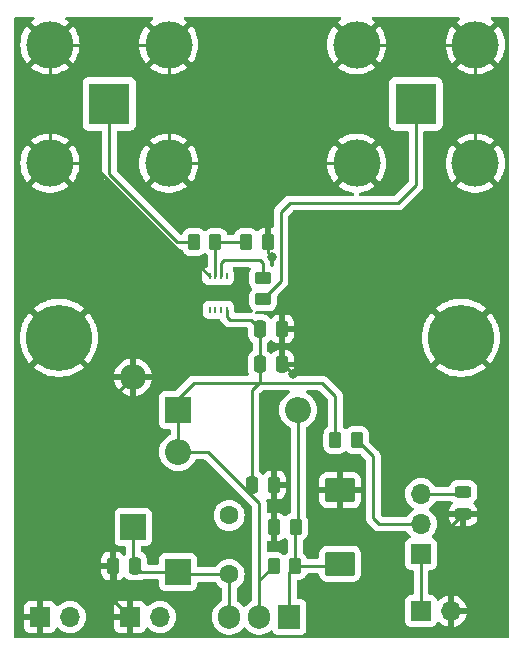
<source format=gtl>
G04 #@! TF.GenerationSoftware,KiCad,Pcbnew,7.0.2*
G04 #@! TF.CreationDate,2024-02-06T18:16:04+01:00*
G04 #@! TF.ProjectId,ebeamMeasurement,65626561-6d4d-4656-9173-7572656d656e,rev?*
G04 #@! TF.SameCoordinates,Original*
G04 #@! TF.FileFunction,Copper,L1,Top*
G04 #@! TF.FilePolarity,Positive*
%FSLAX46Y46*%
G04 Gerber Fmt 4.6, Leading zero omitted, Abs format (unit mm)*
G04 Created by KiCad (PCBNEW 7.0.2) date 2024-02-06 18:16:04*
%MOMM*%
%LPD*%
G01*
G04 APERTURE LIST*
G04 Aperture macros list*
%AMRoundRect*
0 Rectangle with rounded corners*
0 $1 Rounding radius*
0 $2 $3 $4 $5 $6 $7 $8 $9 X,Y pos of 4 corners*
0 Add a 4 corners polygon primitive as box body*
4,1,4,$2,$3,$4,$5,$6,$7,$8,$9,$2,$3,0*
0 Add four circle primitives for the rounded corners*
1,1,$1+$1,$2,$3*
1,1,$1+$1,$4,$5*
1,1,$1+$1,$6,$7*
1,1,$1+$1,$8,$9*
0 Add four rect primitives between the rounded corners*
20,1,$1+$1,$2,$3,$4,$5,0*
20,1,$1+$1,$4,$5,$6,$7,0*
20,1,$1+$1,$6,$7,$8,$9,0*
20,1,$1+$1,$8,$9,$2,$3,0*%
G04 Aperture macros list end*
G04 #@! TA.AperFunction,ComponentPad*
%ADD10C,5.600000*%
G04 #@! TD*
G04 #@! TA.AperFunction,SMDPad,CuDef*
%ADD11RoundRect,0.250000X-0.262500X-0.450000X0.262500X-0.450000X0.262500X0.450000X-0.262500X0.450000X0*%
G04 #@! TD*
G04 #@! TA.AperFunction,ComponentPad*
%ADD12R,1.905000X2.000000*%
G04 #@! TD*
G04 #@! TA.AperFunction,ComponentPad*
%ADD13O,1.905000X2.000000*%
G04 #@! TD*
G04 #@! TA.AperFunction,SMDPad,CuDef*
%ADD14RoundRect,0.052500X-0.052500X-0.222500X0.052500X-0.222500X0.052500X0.222500X-0.052500X0.222500X0*%
G04 #@! TD*
G04 #@! TA.AperFunction,SMDPad,CuDef*
%ADD15RoundRect,0.250000X-0.450000X0.262500X-0.450000X-0.262500X0.450000X-0.262500X0.450000X0.262500X0*%
G04 #@! TD*
G04 #@! TA.AperFunction,SMDPad,CuDef*
%ADD16RoundRect,0.250000X0.262500X0.450000X-0.262500X0.450000X-0.262500X-0.450000X0.262500X-0.450000X0*%
G04 #@! TD*
G04 #@! TA.AperFunction,ComponentPad*
%ADD17R,1.700000X1.700000*%
G04 #@! TD*
G04 #@! TA.AperFunction,ComponentPad*
%ADD18O,1.700000X1.700000*%
G04 #@! TD*
G04 #@! TA.AperFunction,ComponentPad*
%ADD19R,3.500000X3.500000*%
G04 #@! TD*
G04 #@! TA.AperFunction,ComponentPad*
%ADD20C,4.000000*%
G04 #@! TD*
G04 #@! TA.AperFunction,ComponentPad*
%ADD21C,1.600000*%
G04 #@! TD*
G04 #@! TA.AperFunction,SMDPad,CuDef*
%ADD22RoundRect,0.243750X0.456250X-0.243750X0.456250X0.243750X-0.456250X0.243750X-0.456250X-0.243750X0*%
G04 #@! TD*
G04 #@! TA.AperFunction,ComponentPad*
%ADD23R,2.200000X2.200000*%
G04 #@! TD*
G04 #@! TA.AperFunction,ComponentPad*
%ADD24O,2.200000X2.200000*%
G04 #@! TD*
G04 #@! TA.AperFunction,SMDPad,CuDef*
%ADD25RoundRect,0.250000X-0.250000X-0.475000X0.250000X-0.475000X0.250000X0.475000X-0.250000X0.475000X0*%
G04 #@! TD*
G04 #@! TA.AperFunction,SMDPad,CuDef*
%ADD26RoundRect,0.250000X1.025000X-0.787500X1.025000X0.787500X-1.025000X0.787500X-1.025000X-0.787500X0*%
G04 #@! TD*
G04 #@! TA.AperFunction,SMDPad,CuDef*
%ADD27RoundRect,0.250000X0.250000X0.475000X-0.250000X0.475000X-0.250000X-0.475000X0.250000X-0.475000X0*%
G04 #@! TD*
G04 #@! TA.AperFunction,ViaPad*
%ADD28C,0.800000*%
G04 #@! TD*
G04 #@! TA.AperFunction,Conductor*
%ADD29C,0.250000*%
G04 #@! TD*
G04 APERTURE END LIST*
D10*
G04 #@! TO.P,REF\u002A\u002A,1*
G04 #@! TO.N,GND*
X50292000Y-65786000D03*
G04 #@! TD*
G04 #@! TO.P,REF\u002A\u002A,1*
G04 #@! TO.N,GND*
X84328000Y-65786000D03*
G04 #@! TD*
D11*
G04 #@! TO.P,R2,2*
G04 #@! TO.N,GND*
X67968500Y-57658000D03*
G04 #@! TO.P,R2,1*
G04 #@! TO.N,Net-(U1A-+)*
X66143500Y-57658000D03*
G04 #@! TD*
G04 #@! TO.P,R1,1*
G04 #@! TO.N,Net-(J1-In)*
X61722000Y-57658000D03*
G04 #@! TO.P,R1,2*
G04 #@! TO.N,Net-(U1A-+)*
X63547000Y-57658000D03*
G04 #@! TD*
D12*
G04 #@! TO.P,U2,1,ADJ*
G04 #@! TO.N,Net-(D2-A)*
X69789000Y-89408000D03*
D13*
G04 #@! TO.P,U2,2,VO*
G04 #@! TO.N,+5V*
X67249000Y-89408000D03*
G04 #@! TO.P,U2,3,VI*
G04 #@! TO.N,Net-(D1-K)*
X64709000Y-89408000D03*
G04 #@! TD*
D14*
G04 #@! TO.P,U1,1*
G04 #@! TO.N,Net-(U1A--)*
X64516000Y-60551000D03*
G04 #@! TO.P,U1,2,-*
X64041000Y-60551000D03*
G04 #@! TO.P,U1,3,+*
G04 #@! TO.N,Net-(U1A-+)*
X63541000Y-60551000D03*
G04 #@! TO.P,U1,4,V-*
G04 #@! TO.N,GND*
X63041000Y-60551000D03*
G04 #@! TO.P,U1,5*
G04 #@! TO.N,N/C*
X63066000Y-63401000D03*
G04 #@! TO.P,U1,6*
X63541000Y-63401000D03*
G04 #@! TO.P,U1,7*
X64041000Y-63401000D03*
G04 #@! TO.P,U1,8,V+*
G04 #@! TO.N,+5V*
X64516000Y-63401000D03*
G04 #@! TD*
D15*
G04 #@! TO.P,R7,1*
G04 #@! TO.N,Net-(U1A--)*
X67564000Y-60706000D03*
G04 #@! TO.P,R7,2*
G04 #@! TO.N,Net-(J2-In)*
X67564000Y-62531000D03*
G04 #@! TD*
D11*
G04 #@! TO.P,R6,1*
G04 #@! TO.N,+5V*
X73697500Y-74422000D03*
G04 #@! TO.P,R6,2*
G04 #@! TO.N,Net-(JP1-C)*
X75522500Y-74422000D03*
G04 #@! TD*
D16*
G04 #@! TO.P,R5,1*
G04 #@! TO.N,Net-(D2-A)*
X70339000Y-81788000D03*
G04 #@! TO.P,R5,2*
G04 #@! TO.N,GND*
X68514000Y-81788000D03*
G04 #@! TD*
D11*
G04 #@! TO.P,R4,1*
G04 #@! TO.N,+5V*
X68467000Y-85090000D03*
G04 #@! TO.P,R4,2*
G04 #@! TO.N,Net-(D2-A)*
X70292000Y-85090000D03*
G04 #@! TD*
D17*
G04 #@! TO.P,JP1,1,A*
G04 #@! TO.N,Net-(J5-Pin_1)*
X80960000Y-84074000D03*
D18*
G04 #@! TO.P,JP1,2,C*
G04 #@! TO.N,Net-(JP1-C)*
X80960000Y-81534000D03*
G04 #@! TO.P,JP1,3,B*
G04 #@! TO.N,Net-(D4-A)*
X80960000Y-78994000D03*
G04 #@! TD*
D17*
G04 #@! TO.P,J5,1,Pin_1*
G04 #@! TO.N,Net-(J5-Pin_1)*
X80955000Y-88915000D03*
D18*
G04 #@! TO.P,J5,2,Pin_2*
G04 #@! TO.N,GND*
X83495000Y-88915000D03*
G04 #@! TD*
D17*
G04 #@! TO.P,J4,1,Pin_1*
G04 #@! TO.N,GND*
X48697000Y-89408000D03*
D18*
G04 #@! TO.P,J4,2,Pin_2*
G04 #@! TO.N,+5V*
X51237000Y-89408000D03*
G04 #@! TD*
D17*
G04 #@! TO.P,J3,1,Pin_1*
G04 #@! TO.N,GND*
X56322000Y-89408000D03*
D18*
G04 #@! TO.P,J3,2,Pin_2*
G04 #@! TO.N,VCC*
X58862000Y-89408000D03*
G04 #@! TD*
D19*
G04 #@! TO.P,J2,1,In*
G04 #@! TO.N,Net-(J2-In)*
X80518000Y-45974000D03*
D20*
G04 #@! TO.P,J2,2,Ext*
G04 #@! TO.N,GND*
X75493000Y-50999000D03*
X85543000Y-50999000D03*
X85543000Y-40949000D03*
X75493000Y-40949000D03*
G04 #@! TD*
D19*
G04 #@! TO.P,J1,1,In*
G04 #@! TO.N,Net-(J1-In)*
X54555000Y-45974000D03*
D20*
G04 #@! TO.P,J1,2,Ext*
G04 #@! TO.N,GND*
X49530000Y-50999000D03*
X59580000Y-50999000D03*
X59580000Y-40949000D03*
X49530000Y-40949000D03*
G04 #@! TD*
D21*
G04 #@! TO.P,F1,2*
G04 #@! TO.N,Net-(D1-K)*
X64709000Y-85812000D03*
G04 #@! TO.P,F1,1*
G04 #@! TO.N,VCC*
X64709000Y-80812000D03*
G04 #@! TD*
D22*
G04 #@! TO.P,D4,1,K*
G04 #@! TO.N,GND*
X84516000Y-80708500D03*
G04 #@! TO.P,D4,2,A*
G04 #@! TO.N,Net-(D4-A)*
X84516000Y-78833500D03*
G04 #@! TD*
D23*
G04 #@! TO.P,D3,1,K*
G04 #@! TO.N,Net-(D1-K)*
X56576000Y-81788000D03*
D24*
G04 #@! TO.P,D3,2,A*
G04 #@! TO.N,GND*
X56576000Y-69088000D03*
G04 #@! TD*
D23*
G04 #@! TO.P,D2,1,K*
G04 #@! TO.N,+5V*
X60386000Y-71882000D03*
D24*
G04 #@! TO.P,D2,2,A*
G04 #@! TO.N,Net-(D2-A)*
X70546000Y-71882000D03*
G04 #@! TD*
D23*
G04 #@! TO.P,D1,1,K*
G04 #@! TO.N,Net-(D1-K)*
X60386000Y-85598000D03*
D24*
G04 #@! TO.P,D1,2,A*
G04 #@! TO.N,+5V*
X60386000Y-75438000D03*
G04 #@! TD*
D25*
G04 #@! TO.P,C6,1*
G04 #@! TO.N,+5V*
X66614000Y-78232000D03*
G04 #@! TO.P,C6,2*
G04 #@! TO.N,GND*
X68514000Y-78232000D03*
G04 #@! TD*
D26*
G04 #@! TO.P,C5,1*
G04 #@! TO.N,Net-(D2-A)*
X74102000Y-84900500D03*
G04 #@! TO.P,C5,2*
G04 #@! TO.N,GND*
X74102000Y-78675500D03*
G04 #@! TD*
D27*
G04 #@! TO.P,C4,1*
G04 #@! TO.N,Net-(D1-K)*
X56764000Y-85090000D03*
G04 #@! TO.P,C4,2*
G04 #@! TO.N,GND*
X54864000Y-85090000D03*
G04 #@! TD*
D25*
G04 #@! TO.P,C3,1*
G04 #@! TO.N,+5V*
X67310000Y-68034000D03*
G04 #@! TO.P,C3,2*
G04 #@! TO.N,GND*
X69210000Y-68034000D03*
G04 #@! TD*
G04 #@! TO.P,C2,1*
G04 #@! TO.N,+5V*
X67310000Y-65024000D03*
G04 #@! TO.P,C2,2*
G04 #@! TO.N,GND*
X69210000Y-65024000D03*
G04 #@! TD*
D28*
G04 #@! TO.N,GND*
X70104000Y-68834000D03*
X69088000Y-63500000D03*
X68326000Y-58928000D03*
X68514000Y-83312000D03*
X74102000Y-81534000D03*
G04 #@! TD*
D29*
G04 #@! TO.N,GND*
X75493000Y-50999000D02*
X59580000Y-50999000D01*
X59580000Y-40949000D02*
X59580000Y-50999000D01*
X49530000Y-40949000D02*
X59580000Y-40949000D01*
X49530000Y-50999000D02*
X49530000Y-40949000D01*
X63041000Y-60551000D02*
X61418000Y-58928000D01*
X53031000Y-50999000D02*
X49530000Y-50999000D01*
X61418000Y-58928000D02*
X60960000Y-58928000D01*
X60960000Y-58928000D02*
X53031000Y-50999000D01*
G04 #@! TO.N,Net-(J1-In)*
X54555000Y-45974000D02*
X54555000Y-51886604D01*
X54555000Y-51886604D02*
X60326396Y-57658000D01*
X60326396Y-57658000D02*
X61722000Y-57658000D01*
G04 #@! TO.N,GND*
X69210000Y-68034000D02*
X69304000Y-68034000D01*
X69304000Y-68034000D02*
X70104000Y-68834000D01*
G04 #@! TO.N,+5V*
X67310000Y-68034000D02*
X67310000Y-69530000D01*
X67310000Y-69530000D02*
X67244000Y-69596000D01*
X67244000Y-69596000D02*
X61722000Y-69596000D01*
X60386000Y-70932000D02*
X60386000Y-71882000D01*
X61722000Y-69596000D02*
X60386000Y-70932000D01*
G04 #@! TO.N,GND*
X67968500Y-57658000D02*
X67968500Y-58570500D01*
X67968500Y-58570500D02*
X68326000Y-58928000D01*
X69088000Y-64902000D02*
X69210000Y-65024000D01*
X69088000Y-63500000D02*
X69088000Y-64902000D01*
X69210000Y-68034000D02*
X69210000Y-65024000D01*
G04 #@! TO.N,+5V*
X67310000Y-65024000D02*
X66548000Y-64262000D01*
X64516000Y-64008000D02*
X64516000Y-63401000D01*
X66548000Y-64262000D02*
X64770000Y-64262000D01*
X64770000Y-64262000D02*
X64516000Y-64008000D01*
X67310000Y-68034000D02*
X67310000Y-65024000D01*
G04 #@! TO.N,GND*
X68514000Y-81788000D02*
X68514000Y-83312000D01*
X74102000Y-78675500D02*
X74102000Y-81534000D01*
X84516000Y-80708500D02*
X83495000Y-81729500D01*
X83495000Y-81729500D02*
X83495000Y-88915000D01*
G04 #@! TO.N,Net-(D4-A)*
X80960000Y-78994000D02*
X84355500Y-78994000D01*
X84355500Y-78994000D02*
X84516000Y-78833500D01*
G04 #@! TO.N,Net-(J5-Pin_1)*
X80955000Y-88915000D02*
X80955000Y-84079000D01*
X80955000Y-84079000D02*
X80960000Y-84074000D01*
G04 #@! TO.N,Net-(JP1-C)*
X77404000Y-81534000D02*
X76896000Y-81026000D01*
X80960000Y-81534000D02*
X77404000Y-81534000D01*
X76896000Y-75795500D02*
X75522500Y-74422000D01*
X76896000Y-81026000D02*
X76896000Y-75795500D01*
G04 #@! TO.N,+5V*
X66614000Y-78232000D02*
X66614000Y-70226000D01*
X66614000Y-70226000D02*
X67244000Y-69596000D01*
X67244000Y-69596000D02*
X72578000Y-69596000D01*
X72578000Y-69596000D02*
X73697500Y-70715500D01*
X73697500Y-70715500D02*
X73697500Y-74422000D01*
G04 #@! TO.N,GND*
X68514000Y-81788000D02*
X68514000Y-78232000D01*
G04 #@! TO.N,+5V*
X60386000Y-75438000D02*
X60386000Y-71882000D01*
G04 #@! TO.N,Net-(D2-A)*
X70339000Y-81788000D02*
X70546000Y-81581000D01*
X70546000Y-81581000D02*
X70546000Y-71882000D01*
X70292000Y-85090000D02*
X73912500Y-85090000D01*
X73912500Y-85090000D02*
X74102000Y-84900500D01*
X70292000Y-85090000D02*
X70292000Y-81835000D01*
X70292000Y-81835000D02*
X70339000Y-81788000D01*
X69789000Y-89408000D02*
X69789000Y-85593000D01*
X69789000Y-85593000D02*
X70292000Y-85090000D01*
G04 #@! TO.N,+5V*
X67249000Y-89408000D02*
X67249000Y-86308000D01*
X67249000Y-86308000D02*
X68467000Y-85090000D01*
G04 #@! TO.N,GND*
X54864000Y-85090000D02*
X54864000Y-70800000D01*
X54864000Y-70800000D02*
X56576000Y-69088000D01*
G04 #@! TO.N,Net-(D1-K)*
X56764000Y-85090000D02*
X56576000Y-84902000D01*
X56576000Y-84902000D02*
X56576000Y-81788000D01*
G04 #@! TO.N,GND*
X56322000Y-89408000D02*
X55052000Y-88138000D01*
X55052000Y-88138000D02*
X55052000Y-85278000D01*
X55052000Y-85278000D02*
X54864000Y-85090000D01*
G04 #@! TO.N,Net-(D1-K)*
X60386000Y-85598000D02*
X57272000Y-85598000D01*
X57272000Y-85598000D02*
X56764000Y-85090000D01*
G04 #@! TO.N,+5V*
X67249000Y-89408000D02*
X67249000Y-79761000D01*
X67249000Y-79761000D02*
X62926000Y-75438000D01*
X62926000Y-75438000D02*
X60386000Y-75438000D01*
G04 #@! TO.N,Net-(D1-K)*
X64709000Y-85812000D02*
X60600000Y-85812000D01*
X60600000Y-85812000D02*
X60386000Y-85598000D01*
X64709000Y-89408000D02*
X64709000Y-85812000D01*
G04 #@! TO.N,GND*
X85543000Y-40949000D02*
X85543000Y-50999000D01*
X75493000Y-40949000D02*
X85543000Y-40949000D01*
G04 #@! TO.N,Net-(J2-In)*
X67564000Y-62531000D02*
X69088000Y-61007000D01*
X69088000Y-61007000D02*
X69088000Y-55118000D01*
X69088000Y-55118000D02*
X69850000Y-54356000D01*
X69850000Y-54356000D02*
X78994000Y-54356000D01*
X80518000Y-52832000D02*
X80518000Y-45974000D01*
X78994000Y-54356000D02*
X80518000Y-52832000D01*
G04 #@! TO.N,Net-(U1A--)*
X67564000Y-59436000D02*
X67310000Y-59182000D01*
X67564000Y-60706000D02*
X67564000Y-59436000D01*
X67310000Y-59182000D02*
X64262000Y-59182000D01*
X64041000Y-60551000D02*
X64041000Y-59403000D01*
X64041000Y-59403000D02*
X64262000Y-59182000D01*
G04 #@! TO.N,Net-(U1A-+)*
X63547000Y-57658000D02*
X63547000Y-60545000D01*
X63547000Y-60545000D02*
X63541000Y-60551000D01*
G04 #@! TO.N,GND*
X66747000Y-54555000D02*
X67818000Y-55626000D01*
X67818000Y-57507500D02*
X67968500Y-57658000D01*
X67818000Y-55626000D02*
X67818000Y-57507500D01*
G04 #@! TO.N,Net-(U1A-+)*
X63547000Y-57658000D02*
X66143500Y-57658000D01*
G04 #@! TD*
G04 #@! TA.AperFunction,Conductor*
G04 #@! TO.N,GND*
G36*
X69819891Y-70241185D02*
G01*
X69865646Y-70293989D01*
X69875590Y-70363147D01*
X69846565Y-70426703D01*
X69817642Y-70451227D01*
X69602342Y-70583163D01*
X69410776Y-70746776D01*
X69247163Y-70938342D01*
X69115535Y-71153139D01*
X69019126Y-71385889D01*
X68960317Y-71630850D01*
X68940551Y-71882000D01*
X68960317Y-72133149D01*
X69019126Y-72378110D01*
X69067330Y-72494484D01*
X69115534Y-72610859D01*
X69247164Y-72825659D01*
X69410776Y-73017224D01*
X69602341Y-73180836D01*
X69704407Y-73243382D01*
X69817135Y-73312463D01*
X69817138Y-73312464D01*
X69817141Y-73312466D01*
X69843951Y-73323571D01*
X69898354Y-73367408D01*
X69920421Y-73433702D01*
X69920500Y-73438132D01*
X69920500Y-80509521D01*
X69900815Y-80576560D01*
X69848011Y-80622315D01*
X69835508Y-80627225D01*
X69757166Y-80653186D01*
X69757164Y-80653186D01*
X69757164Y-80653187D01*
X69607844Y-80745287D01*
X69513827Y-80839304D01*
X69452504Y-80872788D01*
X69382812Y-80867804D01*
X69338465Y-80839303D01*
X69244845Y-80745683D01*
X69095622Y-80653642D01*
X68929196Y-80598493D01*
X68829609Y-80588319D01*
X68823332Y-80588000D01*
X68764000Y-80588000D01*
X68764000Y-82987999D01*
X68823329Y-82987999D01*
X68829611Y-82987678D01*
X68929195Y-82977506D01*
X69095622Y-82922357D01*
X69244844Y-82830316D01*
X69338464Y-82736696D01*
X69399787Y-82703210D01*
X69469478Y-82708194D01*
X69513827Y-82736695D01*
X69618093Y-82840961D01*
X69617492Y-82841561D01*
X69654318Y-82882500D01*
X69666500Y-82936097D01*
X69666500Y-83912911D01*
X69646815Y-83979950D01*
X69607598Y-84018449D01*
X69560842Y-84047288D01*
X69467181Y-84140950D01*
X69405858Y-84174435D01*
X69336166Y-84169451D01*
X69291819Y-84140950D01*
X69198157Y-84047288D01*
X69048834Y-83955186D01*
X68882297Y-83900000D01*
X68782641Y-83889819D01*
X68782622Y-83889818D01*
X68779509Y-83889500D01*
X68776360Y-83889500D01*
X68157641Y-83889500D01*
X68157621Y-83889500D01*
X68154492Y-83889501D01*
X68151360Y-83889820D01*
X68151358Y-83889821D01*
X68051703Y-83900000D01*
X68037504Y-83904706D01*
X67967675Y-83907108D01*
X67907633Y-83871376D01*
X67876441Y-83808855D01*
X67874500Y-83787000D01*
X67874500Y-83074899D01*
X67894185Y-83007860D01*
X67946989Y-82962105D01*
X68016147Y-82952161D01*
X68037505Y-82957193D01*
X68098805Y-82977506D01*
X68198391Y-82987680D01*
X68204667Y-82987999D01*
X68263999Y-82987998D01*
X68264000Y-82987998D01*
X68264000Y-80588000D01*
X68263999Y-80587999D01*
X68204671Y-80588000D01*
X68198388Y-80588321D01*
X68098802Y-80598493D01*
X68037503Y-80618806D01*
X67967674Y-80621207D01*
X67907633Y-80585475D01*
X67876441Y-80522954D01*
X67874500Y-80501100D01*
X67874500Y-79843739D01*
X67876763Y-79823238D01*
X67876408Y-79811953D01*
X67874561Y-79753144D01*
X67874500Y-79749250D01*
X67874500Y-79725544D01*
X67874500Y-79721650D01*
X67873998Y-79717681D01*
X67873080Y-79706024D01*
X67871709Y-79662373D01*
X67866120Y-79643140D01*
X67862174Y-79624082D01*
X67859664Y-79604207D01*
X67847540Y-79573587D01*
X67841162Y-79504009D01*
X67873413Y-79442028D01*
X67934054Y-79407322D01*
X68001836Y-79410231D01*
X68111305Y-79446506D01*
X68210891Y-79456680D01*
X68217167Y-79456999D01*
X68263999Y-79456999D01*
X68264000Y-79456998D01*
X68264000Y-78482000D01*
X68764000Y-78482000D01*
X68764000Y-79456999D01*
X68810829Y-79456999D01*
X68817111Y-79456678D01*
X68916695Y-79446506D01*
X69083122Y-79391357D01*
X69232345Y-79299316D01*
X69356316Y-79175345D01*
X69448357Y-79026122D01*
X69503506Y-78859696D01*
X69513680Y-78760109D01*
X69514000Y-78753831D01*
X69514000Y-78482000D01*
X68764000Y-78482000D01*
X68264000Y-78482000D01*
X68264000Y-77007000D01*
X68764000Y-77007000D01*
X68764000Y-77982000D01*
X69513999Y-77982000D01*
X69513999Y-77710170D01*
X69513678Y-77703888D01*
X69503506Y-77604304D01*
X69448357Y-77437877D01*
X69356316Y-77288654D01*
X69232345Y-77164683D01*
X69083122Y-77072642D01*
X68916696Y-77017493D01*
X68817109Y-77007319D01*
X68810832Y-77007000D01*
X68764000Y-77007000D01*
X68264000Y-77007000D01*
X68217171Y-77007000D01*
X68210888Y-77007321D01*
X68111304Y-77017493D01*
X67944877Y-77072642D01*
X67795654Y-77164683D01*
X67671683Y-77288654D01*
X67669830Y-77291659D01*
X67617880Y-77338382D01*
X67548917Y-77349602D01*
X67484836Y-77321757D01*
X67458752Y-77291652D01*
X67456903Y-77288654D01*
X67456712Y-77288344D01*
X67456710Y-77288342D01*
X67456709Y-77288340D01*
X67332657Y-77164288D01*
X67298402Y-77143159D01*
X67251678Y-77091211D01*
X67239500Y-77037621D01*
X67239500Y-70536451D01*
X67259185Y-70469412D01*
X67275814Y-70448775D01*
X67466771Y-70257818D01*
X67528094Y-70224334D01*
X67554452Y-70221500D01*
X69752852Y-70221500D01*
X69819891Y-70241185D01*
G37*
G04 #@! TD.AperFunction*
G04 #@! TA.AperFunction,Conductor*
G36*
X68394591Y-58866180D02*
G01*
X68445475Y-58914060D01*
X68462500Y-58976768D01*
X68462500Y-59629767D01*
X68442815Y-59696806D01*
X68390011Y-59742561D01*
X68320853Y-59752505D01*
X68299497Y-59747473D01*
X68274497Y-59739189D01*
X68217052Y-59699417D01*
X68190228Y-59634901D01*
X68189500Y-59621483D01*
X68189500Y-59518739D01*
X68191763Y-59498238D01*
X68189561Y-59428144D01*
X68189500Y-59424250D01*
X68189500Y-59400544D01*
X68189500Y-59396650D01*
X68188998Y-59392681D01*
X68188080Y-59381024D01*
X68186709Y-59337373D01*
X68181120Y-59318140D01*
X68177174Y-59299082D01*
X68174664Y-59279208D01*
X68158588Y-59238606D01*
X68154804Y-59227552D01*
X68142619Y-59185613D01*
X68142618Y-59185612D01*
X68142618Y-59185610D01*
X68132417Y-59168361D01*
X68123860Y-59150895D01*
X68116486Y-59132268D01*
X68090813Y-59096932D01*
X68084401Y-59087171D01*
X68059532Y-59045119D01*
X68042350Y-58977395D01*
X68064511Y-58911133D01*
X68118977Y-58867370D01*
X68166265Y-58857999D01*
X68277829Y-58857999D01*
X68284108Y-58857679D01*
X68325898Y-58853410D01*
X68394591Y-58866180D01*
G37*
G04 #@! TD.AperFunction*
G04 #@! TA.AperFunction,Conductor*
G36*
X48183812Y-38628185D02*
G01*
X48229567Y-38680989D01*
X48239511Y-38750147D01*
X48210486Y-38813703D01*
X48183669Y-38836804D01*
X48187784Y-38834008D01*
X47944971Y-39010419D01*
X49204052Y-40269501D01*
X49191109Y-40274213D01*
X49044627Y-40370555D01*
X48924312Y-40498082D01*
X48851553Y-40624104D01*
X47594286Y-39366838D01*
X47594285Y-39366838D01*
X47505940Y-39473631D01*
X47501373Y-39479917D01*
X47336987Y-39738948D01*
X47333243Y-39745759D01*
X47202622Y-40023342D01*
X47199759Y-40030573D01*
X47104959Y-40322336D01*
X47103023Y-40329875D01*
X47045538Y-40631220D01*
X47044564Y-40638940D01*
X47025302Y-40945105D01*
X47025302Y-40952894D01*
X47044564Y-41259059D01*
X47045538Y-41266779D01*
X47103023Y-41568124D01*
X47104959Y-41575663D01*
X47199759Y-41867426D01*
X47202622Y-41874657D01*
X47333243Y-42152240D01*
X47336987Y-42159051D01*
X47501368Y-42418075D01*
X47505949Y-42424380D01*
X47594286Y-42531160D01*
X48852804Y-41272642D01*
X48876059Y-41326553D01*
X48980756Y-41467185D01*
X49115062Y-41579882D01*
X49206665Y-41625886D01*
X47944971Y-42887579D01*
X47944972Y-42887580D01*
X48184620Y-43061694D01*
X48191210Y-43065876D01*
X48460032Y-43213662D01*
X48467071Y-43216975D01*
X48752307Y-43329907D01*
X48759702Y-43332310D01*
X49056837Y-43408602D01*
X49064495Y-43410063D01*
X49368846Y-43448511D01*
X49376608Y-43449000D01*
X49683392Y-43449000D01*
X49691153Y-43448511D01*
X49995504Y-43410063D01*
X50003162Y-43408602D01*
X50300297Y-43332310D01*
X50307692Y-43329907D01*
X50592928Y-43216975D01*
X50599967Y-43213662D01*
X50868798Y-43065872D01*
X50875368Y-43061702D01*
X51115026Y-42887579D01*
X51115027Y-42887579D01*
X49855945Y-41628498D01*
X49868891Y-41623787D01*
X50015373Y-41527445D01*
X50135688Y-41399918D01*
X50208447Y-41273894D01*
X51465712Y-42531160D01*
X51554054Y-42424374D01*
X51558630Y-42418076D01*
X51723012Y-42159051D01*
X51726756Y-42152240D01*
X51857377Y-41874657D01*
X51860240Y-41867426D01*
X51955040Y-41575663D01*
X51956976Y-41568124D01*
X52014461Y-41266779D01*
X52015435Y-41259059D01*
X52034698Y-40952894D01*
X52034698Y-40945105D01*
X52015435Y-40638940D01*
X52014461Y-40631220D01*
X51956976Y-40329875D01*
X51955040Y-40322336D01*
X51860240Y-40030573D01*
X51857377Y-40023342D01*
X51726756Y-39745759D01*
X51723012Y-39738948D01*
X51558631Y-39479924D01*
X51554050Y-39473619D01*
X51465712Y-39366838D01*
X50207195Y-40625356D01*
X50183941Y-40571447D01*
X50079244Y-40430815D01*
X49944938Y-40318118D01*
X49853333Y-40272112D01*
X51115027Y-39010419D01*
X51115026Y-39010418D01*
X50872216Y-38834007D01*
X50876611Y-38836994D01*
X50830734Y-38784667D01*
X50820389Y-38715567D01*
X50849043Y-38651844D01*
X50907601Y-38613728D01*
X50943227Y-38608500D01*
X58166773Y-38608500D01*
X58233812Y-38628185D01*
X58279567Y-38680989D01*
X58289511Y-38750147D01*
X58260486Y-38813703D01*
X58233669Y-38836804D01*
X58237784Y-38834008D01*
X57994971Y-39010419D01*
X59254052Y-40269501D01*
X59241109Y-40274213D01*
X59094627Y-40370555D01*
X58974312Y-40498082D01*
X58901553Y-40624105D01*
X57644286Y-39366838D01*
X57644285Y-39366838D01*
X57555940Y-39473631D01*
X57551373Y-39479917D01*
X57386987Y-39738948D01*
X57383243Y-39745759D01*
X57252622Y-40023342D01*
X57249759Y-40030573D01*
X57154959Y-40322336D01*
X57153023Y-40329875D01*
X57095538Y-40631220D01*
X57094564Y-40638940D01*
X57075302Y-40945105D01*
X57075302Y-40952894D01*
X57094564Y-41259059D01*
X57095538Y-41266779D01*
X57153023Y-41568124D01*
X57154959Y-41575663D01*
X57249759Y-41867426D01*
X57252622Y-41874657D01*
X57383243Y-42152240D01*
X57386987Y-42159051D01*
X57551368Y-42418075D01*
X57555949Y-42424380D01*
X57644286Y-42531160D01*
X58902804Y-41272642D01*
X58926059Y-41326553D01*
X59030756Y-41467185D01*
X59165062Y-41579882D01*
X59256665Y-41625886D01*
X57994971Y-42887579D01*
X57994972Y-42887580D01*
X58234620Y-43061694D01*
X58241210Y-43065876D01*
X58510032Y-43213662D01*
X58517071Y-43216975D01*
X58802307Y-43329907D01*
X58809702Y-43332310D01*
X59106837Y-43408602D01*
X59114495Y-43410063D01*
X59418846Y-43448511D01*
X59426608Y-43449000D01*
X59733392Y-43449000D01*
X59741153Y-43448511D01*
X60045504Y-43410063D01*
X60053162Y-43408602D01*
X60350297Y-43332310D01*
X60357692Y-43329907D01*
X60642928Y-43216975D01*
X60649967Y-43213662D01*
X60918798Y-43065872D01*
X60925368Y-43061702D01*
X61165026Y-42887579D01*
X61165027Y-42887579D01*
X59905945Y-41628498D01*
X59918891Y-41623787D01*
X60065373Y-41527445D01*
X60185688Y-41399918D01*
X60258446Y-41273894D01*
X61515712Y-42531160D01*
X61604054Y-42424374D01*
X61608630Y-42418076D01*
X61773012Y-42159051D01*
X61776756Y-42152240D01*
X61907377Y-41874657D01*
X61910240Y-41867426D01*
X62005040Y-41575663D01*
X62006976Y-41568124D01*
X62064461Y-41266779D01*
X62065435Y-41259059D01*
X62084698Y-40952894D01*
X62084698Y-40945105D01*
X62065435Y-40638940D01*
X62064461Y-40631220D01*
X62006976Y-40329875D01*
X62005040Y-40322336D01*
X61910240Y-40030573D01*
X61907377Y-40023342D01*
X61776756Y-39745759D01*
X61773012Y-39738948D01*
X61608631Y-39479924D01*
X61604050Y-39473619D01*
X61515712Y-39366838D01*
X60257195Y-40625355D01*
X60233941Y-40571447D01*
X60129244Y-40430815D01*
X59994938Y-40318118D01*
X59903333Y-40272112D01*
X61165027Y-39010419D01*
X61165026Y-39010418D01*
X60922216Y-38834007D01*
X60926611Y-38836994D01*
X60880734Y-38784667D01*
X60870389Y-38715567D01*
X60899043Y-38651844D01*
X60957601Y-38613728D01*
X60993227Y-38608500D01*
X74079773Y-38608500D01*
X74146812Y-38628185D01*
X74192567Y-38680989D01*
X74202511Y-38750147D01*
X74173486Y-38813703D01*
X74146669Y-38836804D01*
X74150784Y-38834008D01*
X73907971Y-39010419D01*
X75167054Y-40269501D01*
X75154109Y-40274213D01*
X75007627Y-40370555D01*
X74887312Y-40498082D01*
X74814553Y-40624105D01*
X73557286Y-39366838D01*
X73557285Y-39366838D01*
X73468940Y-39473631D01*
X73464373Y-39479917D01*
X73299987Y-39738948D01*
X73296243Y-39745759D01*
X73165622Y-40023342D01*
X73162759Y-40030573D01*
X73067959Y-40322336D01*
X73066023Y-40329875D01*
X73008538Y-40631220D01*
X73007564Y-40638940D01*
X72988302Y-40945105D01*
X72988302Y-40952894D01*
X73007564Y-41259059D01*
X73008538Y-41266779D01*
X73066023Y-41568124D01*
X73067959Y-41575663D01*
X73162759Y-41867426D01*
X73165622Y-41874657D01*
X73296243Y-42152240D01*
X73299987Y-42159051D01*
X73464368Y-42418075D01*
X73468949Y-42424380D01*
X73557286Y-42531160D01*
X74815804Y-41272642D01*
X74839059Y-41326553D01*
X74943756Y-41467185D01*
X75078062Y-41579882D01*
X75169665Y-41625886D01*
X73907971Y-42887579D01*
X73907972Y-42887580D01*
X74147620Y-43061694D01*
X74154210Y-43065876D01*
X74423032Y-43213662D01*
X74430071Y-43216975D01*
X74715307Y-43329907D01*
X74722702Y-43332310D01*
X75019837Y-43408602D01*
X75027495Y-43410063D01*
X75331846Y-43448511D01*
X75339608Y-43449000D01*
X75646392Y-43449000D01*
X75654153Y-43448511D01*
X75958504Y-43410063D01*
X75966162Y-43408602D01*
X76263297Y-43332310D01*
X76270692Y-43329907D01*
X76555928Y-43216975D01*
X76562967Y-43213662D01*
X76831798Y-43065872D01*
X76838368Y-43061702D01*
X77078026Y-42887579D01*
X77078027Y-42887579D01*
X75818945Y-41628498D01*
X75831891Y-41623787D01*
X75978373Y-41527445D01*
X76098688Y-41399918D01*
X76171447Y-41273894D01*
X77428712Y-42531160D01*
X77517054Y-42424374D01*
X77521630Y-42418076D01*
X77686012Y-42159051D01*
X77689756Y-42152240D01*
X77820377Y-41874657D01*
X77823240Y-41867426D01*
X77918040Y-41575663D01*
X77919976Y-41568124D01*
X77977461Y-41266779D01*
X77978435Y-41259059D01*
X77997698Y-40952894D01*
X77997698Y-40945105D01*
X77978435Y-40638940D01*
X77977461Y-40631220D01*
X77919976Y-40329875D01*
X77918040Y-40322336D01*
X77823240Y-40030573D01*
X77820377Y-40023342D01*
X77689756Y-39745759D01*
X77686012Y-39738948D01*
X77521631Y-39479924D01*
X77517050Y-39473619D01*
X77428712Y-39366838D01*
X76170195Y-40625356D01*
X76146941Y-40571447D01*
X76042244Y-40430815D01*
X75907938Y-40318118D01*
X75816334Y-40272113D01*
X77078027Y-39010419D01*
X77078026Y-39010418D01*
X76835216Y-38834007D01*
X76839611Y-38836994D01*
X76793734Y-38784667D01*
X76783389Y-38715567D01*
X76812043Y-38651844D01*
X76870601Y-38613728D01*
X76906227Y-38608500D01*
X84129773Y-38608500D01*
X84196812Y-38628185D01*
X84242567Y-38680989D01*
X84252511Y-38750147D01*
X84223486Y-38813703D01*
X84196669Y-38836804D01*
X84200784Y-38834008D01*
X83957971Y-39010419D01*
X85217054Y-40269501D01*
X85204109Y-40274213D01*
X85057627Y-40370555D01*
X84937312Y-40498082D01*
X84864553Y-40624105D01*
X83607286Y-39366838D01*
X83607285Y-39366838D01*
X83518940Y-39473631D01*
X83514373Y-39479917D01*
X83349987Y-39738948D01*
X83346243Y-39745759D01*
X83215622Y-40023342D01*
X83212759Y-40030573D01*
X83117959Y-40322336D01*
X83116023Y-40329875D01*
X83058538Y-40631220D01*
X83057564Y-40638940D01*
X83038302Y-40945105D01*
X83038302Y-40952894D01*
X83057564Y-41259059D01*
X83058538Y-41266779D01*
X83116023Y-41568124D01*
X83117959Y-41575663D01*
X83212759Y-41867426D01*
X83215622Y-41874657D01*
X83346243Y-42152240D01*
X83349987Y-42159051D01*
X83514368Y-42418075D01*
X83518949Y-42424380D01*
X83607286Y-42531160D01*
X84865804Y-41272642D01*
X84889059Y-41326553D01*
X84993756Y-41467185D01*
X85128062Y-41579882D01*
X85219665Y-41625886D01*
X83957971Y-42887579D01*
X83957972Y-42887580D01*
X84197620Y-43061694D01*
X84204210Y-43065876D01*
X84473032Y-43213662D01*
X84480071Y-43216975D01*
X84765307Y-43329907D01*
X84772702Y-43332310D01*
X85069837Y-43408602D01*
X85077495Y-43410063D01*
X85381846Y-43448511D01*
X85389608Y-43449000D01*
X85696392Y-43449000D01*
X85704153Y-43448511D01*
X86008504Y-43410063D01*
X86016162Y-43408602D01*
X86313297Y-43332310D01*
X86320692Y-43329907D01*
X86605928Y-43216975D01*
X86612967Y-43213662D01*
X86881798Y-43065872D01*
X86888368Y-43061702D01*
X87128026Y-42887579D01*
X87128027Y-42887579D01*
X85868945Y-41628498D01*
X85881891Y-41623787D01*
X86028373Y-41527445D01*
X86148688Y-41399918D01*
X86221446Y-41273894D01*
X87478712Y-42531160D01*
X87567054Y-42424374D01*
X87571630Y-42418076D01*
X87736012Y-42159051D01*
X87739756Y-42152240D01*
X87870377Y-41874657D01*
X87873240Y-41867426D01*
X87968040Y-41575663D01*
X87969976Y-41568124D01*
X88027461Y-41266779D01*
X88028435Y-41259059D01*
X88047698Y-40952894D01*
X88047698Y-40945105D01*
X88028435Y-40638940D01*
X88027461Y-40631220D01*
X87969976Y-40329875D01*
X87968040Y-40322336D01*
X87873240Y-40030573D01*
X87870377Y-40023342D01*
X87739756Y-39745759D01*
X87736012Y-39738948D01*
X87571631Y-39479924D01*
X87567050Y-39473619D01*
X87478712Y-39366838D01*
X86220195Y-40625355D01*
X86196941Y-40571447D01*
X86092244Y-40430815D01*
X85957938Y-40318118D01*
X85866334Y-40272113D01*
X87128027Y-39010419D01*
X87128026Y-39010418D01*
X86885216Y-38834007D01*
X86889611Y-38836994D01*
X86843734Y-38784667D01*
X86833389Y-38715567D01*
X86862043Y-38651844D01*
X86920601Y-38613728D01*
X86956227Y-38608500D01*
X88267500Y-38608500D01*
X88334539Y-38628185D01*
X88380294Y-38680989D01*
X88391500Y-38732500D01*
X88391500Y-91061500D01*
X88371815Y-91128539D01*
X88319011Y-91174294D01*
X88267500Y-91185500D01*
X46606500Y-91185500D01*
X46539461Y-91165815D01*
X46493706Y-91113011D01*
X46482500Y-91061500D01*
X46482500Y-90302518D01*
X47347000Y-90302518D01*
X47347354Y-90309132D01*
X47353400Y-90365371D01*
X47403647Y-90500089D01*
X47489811Y-90615188D01*
X47604910Y-90701352D01*
X47739628Y-90751599D01*
X47795867Y-90757645D01*
X47802482Y-90758000D01*
X48447000Y-90758000D01*
X48447000Y-89843501D01*
X48554685Y-89892680D01*
X48661237Y-89908000D01*
X48732763Y-89908000D01*
X48839315Y-89892680D01*
X48947000Y-89843501D01*
X48947000Y-90758000D01*
X49591518Y-90758000D01*
X49598132Y-90757645D01*
X49654371Y-90751599D01*
X49789089Y-90701352D01*
X49904188Y-90615188D01*
X49990352Y-90500089D01*
X50039422Y-90368528D01*
X50081294Y-90312595D01*
X50146758Y-90288178D01*
X50215031Y-90303030D01*
X50243285Y-90324181D01*
X50365599Y-90446495D01*
X50559170Y-90582035D01*
X50773337Y-90681903D01*
X51001592Y-90743063D01*
X51237000Y-90763659D01*
X51472408Y-90743063D01*
X51700663Y-90681903D01*
X51914830Y-90582035D01*
X52108401Y-90446495D01*
X52252378Y-90302518D01*
X54972000Y-90302518D01*
X54972354Y-90309132D01*
X54978400Y-90365371D01*
X55028647Y-90500089D01*
X55114811Y-90615188D01*
X55229910Y-90701352D01*
X55364628Y-90751599D01*
X55420867Y-90757645D01*
X55427482Y-90758000D01*
X56072000Y-90758000D01*
X56072000Y-89843501D01*
X56179685Y-89892680D01*
X56286237Y-89908000D01*
X56357763Y-89908000D01*
X56464315Y-89892680D01*
X56572000Y-89843501D01*
X56572000Y-90758000D01*
X57216518Y-90758000D01*
X57223132Y-90757645D01*
X57279371Y-90751599D01*
X57414089Y-90701352D01*
X57529188Y-90615188D01*
X57615352Y-90500089D01*
X57664422Y-90368528D01*
X57706294Y-90312595D01*
X57771758Y-90288178D01*
X57840031Y-90303030D01*
X57868285Y-90324181D01*
X57990599Y-90446495D01*
X58184170Y-90582035D01*
X58398337Y-90681903D01*
X58626592Y-90743063D01*
X58862000Y-90763659D01*
X59097408Y-90743063D01*
X59325663Y-90681903D01*
X59539830Y-90582035D01*
X59733401Y-90446495D01*
X59900495Y-90279401D01*
X60036035Y-90085830D01*
X60135903Y-89871663D01*
X60197063Y-89643408D01*
X60217659Y-89408000D01*
X60197063Y-89172592D01*
X60135903Y-88944337D01*
X60036035Y-88730171D01*
X59900495Y-88536599D01*
X59733401Y-88369505D01*
X59539830Y-88233965D01*
X59325663Y-88134097D01*
X59253074Y-88114647D01*
X59097407Y-88072936D01*
X58862000Y-88052340D01*
X58626592Y-88072936D01*
X58398336Y-88134097D01*
X58184170Y-88233965D01*
X57990601Y-88369503D01*
X57868285Y-88491819D01*
X57806962Y-88525303D01*
X57737270Y-88520319D01*
X57681337Y-88478447D01*
X57664422Y-88447471D01*
X57615352Y-88315911D01*
X57529188Y-88200811D01*
X57414089Y-88114647D01*
X57279371Y-88064400D01*
X57223132Y-88058354D01*
X57216518Y-88058000D01*
X56572000Y-88058000D01*
X56572000Y-88972498D01*
X56464315Y-88923320D01*
X56357763Y-88908000D01*
X56286237Y-88908000D01*
X56179685Y-88923320D01*
X56072000Y-88972498D01*
X56072000Y-88058000D01*
X55427482Y-88058000D01*
X55420867Y-88058354D01*
X55364628Y-88064400D01*
X55229910Y-88114647D01*
X55114811Y-88200811D01*
X55028647Y-88315910D01*
X54978400Y-88450628D01*
X54972354Y-88506867D01*
X54972000Y-88513481D01*
X54972000Y-89158000D01*
X55888314Y-89158000D01*
X55862507Y-89198156D01*
X55822000Y-89336111D01*
X55822000Y-89479889D01*
X55862507Y-89617844D01*
X55888314Y-89658000D01*
X54972000Y-89658000D01*
X54972000Y-90302518D01*
X52252378Y-90302518D01*
X52275495Y-90279401D01*
X52411035Y-90085830D01*
X52510903Y-89871663D01*
X52572063Y-89643408D01*
X52592659Y-89408000D01*
X52572063Y-89172592D01*
X52510903Y-88944337D01*
X52411035Y-88730171D01*
X52275495Y-88536599D01*
X52108401Y-88369505D01*
X51914830Y-88233965D01*
X51700663Y-88134097D01*
X51628074Y-88114647D01*
X51472407Y-88072936D01*
X51237000Y-88052340D01*
X51001592Y-88072936D01*
X50773336Y-88134097D01*
X50559170Y-88233965D01*
X50365601Y-88369503D01*
X50243285Y-88491819D01*
X50181962Y-88525303D01*
X50112270Y-88520319D01*
X50056337Y-88478447D01*
X50039422Y-88447471D01*
X49990352Y-88315911D01*
X49904188Y-88200811D01*
X49789089Y-88114647D01*
X49654371Y-88064400D01*
X49598132Y-88058354D01*
X49591518Y-88058000D01*
X48947000Y-88058000D01*
X48947000Y-88972498D01*
X48839315Y-88923320D01*
X48732763Y-88908000D01*
X48661237Y-88908000D01*
X48554685Y-88923320D01*
X48447000Y-88972498D01*
X48447000Y-88058000D01*
X47802482Y-88058000D01*
X47795867Y-88058354D01*
X47739628Y-88064400D01*
X47604910Y-88114647D01*
X47489811Y-88200811D01*
X47403647Y-88315910D01*
X47353400Y-88450628D01*
X47347354Y-88506867D01*
X47347000Y-88513481D01*
X47347000Y-89158000D01*
X48263314Y-89158000D01*
X48237507Y-89198156D01*
X48197000Y-89336111D01*
X48197000Y-89479889D01*
X48237507Y-89617844D01*
X48263314Y-89658000D01*
X47347000Y-89658000D01*
X47347000Y-90302518D01*
X46482500Y-90302518D01*
X46482500Y-85340000D01*
X53864001Y-85340000D01*
X53864001Y-85611829D01*
X53864321Y-85618111D01*
X53874493Y-85717695D01*
X53929642Y-85884122D01*
X54021683Y-86033345D01*
X54145654Y-86157316D01*
X54294877Y-86249357D01*
X54461303Y-86304506D01*
X54560891Y-86314680D01*
X54567167Y-86314999D01*
X54613999Y-86314999D01*
X54614000Y-86314998D01*
X54614000Y-85340000D01*
X53864001Y-85340000D01*
X46482500Y-85340000D01*
X46482500Y-84840000D01*
X53864000Y-84840000D01*
X54614000Y-84840000D01*
X54614000Y-83865000D01*
X54567171Y-83865000D01*
X54560888Y-83865321D01*
X54461304Y-83875493D01*
X54294877Y-83930642D01*
X54145654Y-84022683D01*
X54021683Y-84146654D01*
X53929642Y-84295877D01*
X53874493Y-84462303D01*
X53864319Y-84561890D01*
X53864000Y-84568168D01*
X53864000Y-84840000D01*
X46482500Y-84840000D01*
X46482500Y-69338000D01*
X54990728Y-69338000D01*
X54990811Y-69339068D01*
X55049603Y-69583956D01*
X55145982Y-69816632D01*
X55277569Y-70031364D01*
X55441130Y-70222869D01*
X55632635Y-70386430D01*
X55847367Y-70518017D01*
X56080043Y-70614396D01*
X56324931Y-70673188D01*
X56325999Y-70673271D01*
X56326000Y-70673271D01*
X56326000Y-69579683D01*
X56354819Y-69597209D01*
X56500404Y-69638000D01*
X56613622Y-69638000D01*
X56725783Y-69622584D01*
X56825999Y-69579053D01*
X56826000Y-70673271D01*
X56827068Y-70673188D01*
X57071956Y-70614396D01*
X57304632Y-70518017D01*
X57519364Y-70386430D01*
X57710869Y-70222869D01*
X57874430Y-70031364D01*
X58006017Y-69816632D01*
X58102396Y-69583956D01*
X58161188Y-69339068D01*
X58161272Y-69338000D01*
X57070852Y-69338000D01*
X57119559Y-69200953D01*
X57129877Y-69050114D01*
X57099116Y-68902085D01*
X57065910Y-68838000D01*
X58161271Y-68838000D01*
X58161271Y-68837999D01*
X58161188Y-68836931D01*
X58102396Y-68592043D01*
X58006017Y-68359367D01*
X57874430Y-68144635D01*
X57710869Y-67953130D01*
X57519364Y-67789569D01*
X57304632Y-67657982D01*
X57071956Y-67561603D01*
X56827070Y-67502812D01*
X56826000Y-67502727D01*
X56826000Y-68596316D01*
X56797181Y-68578791D01*
X56651596Y-68538000D01*
X56538378Y-68538000D01*
X56426217Y-68553416D01*
X56325999Y-68596946D01*
X56325999Y-67502727D01*
X56324929Y-67502812D01*
X56080043Y-67561603D01*
X55847367Y-67657982D01*
X55632635Y-67789569D01*
X55441130Y-67953130D01*
X55277569Y-68144635D01*
X55145982Y-68359367D01*
X55049603Y-68592043D01*
X54990811Y-68836931D01*
X54990728Y-68837999D01*
X54990729Y-68838000D01*
X56081148Y-68838000D01*
X56032441Y-68975047D01*
X56022123Y-69125886D01*
X56052884Y-69273915D01*
X56086090Y-69338000D01*
X54990728Y-69338000D01*
X46482500Y-69338000D01*
X46482500Y-65789356D01*
X46987335Y-65789356D01*
X47006343Y-66139958D01*
X47007069Y-66146630D01*
X47063874Y-66493130D01*
X47065317Y-66499684D01*
X47159251Y-66838001D01*
X47161396Y-66844368D01*
X47291360Y-67170552D01*
X47294169Y-67176626D01*
X47458649Y-67486868D01*
X47462102Y-67492606D01*
X47659147Y-67783225D01*
X47663207Y-67788566D01*
X47788441Y-67936003D01*
X47788442Y-67936004D01*
X48994266Y-66730180D01*
X49157130Y-66920870D01*
X49347818Y-67083732D01*
X48139255Y-68292295D01*
X48150047Y-68302518D01*
X48155157Y-68306858D01*
X48434694Y-68519357D01*
X48440240Y-68523117D01*
X48741099Y-68704137D01*
X48747038Y-68707285D01*
X49065695Y-68854712D01*
X49071937Y-68857199D01*
X49404684Y-68969315D01*
X49411129Y-68971104D01*
X49754053Y-69046588D01*
X49760677Y-69047674D01*
X50109740Y-69085636D01*
X50116437Y-69086000D01*
X50467563Y-69086000D01*
X50474259Y-69085636D01*
X50823322Y-69047674D01*
X50829946Y-69046588D01*
X51172870Y-68971104D01*
X51179315Y-68969315D01*
X51512062Y-68857199D01*
X51518304Y-68854712D01*
X51836961Y-68707285D01*
X51842900Y-68704137D01*
X52143759Y-68523117D01*
X52149305Y-68519357D01*
X52428846Y-68306856D01*
X52433950Y-68302519D01*
X52444742Y-68292296D01*
X52444743Y-68292295D01*
X51236180Y-67083733D01*
X51426870Y-66920870D01*
X51589733Y-66730180D01*
X52795556Y-67936003D01*
X52795557Y-67936003D01*
X52920792Y-67788566D01*
X52924852Y-67783225D01*
X53121897Y-67492606D01*
X53125350Y-67486868D01*
X53289830Y-67176626D01*
X53292639Y-67170552D01*
X53422603Y-66844368D01*
X53424748Y-66838001D01*
X53518682Y-66499684D01*
X53520125Y-66493130D01*
X53576930Y-66146630D01*
X53577656Y-66139958D01*
X53596665Y-65789356D01*
X53596665Y-65782643D01*
X53577656Y-65432041D01*
X53576930Y-65425369D01*
X53520125Y-65078869D01*
X53518682Y-65072315D01*
X53424748Y-64733998D01*
X53422603Y-64727631D01*
X53292639Y-64401447D01*
X53289830Y-64395373D01*
X53125350Y-64085131D01*
X53121897Y-64079393D01*
X52924852Y-63788774D01*
X52920792Y-63783433D01*
X52795557Y-63635995D01*
X52795556Y-63635994D01*
X51589732Y-64841818D01*
X51426870Y-64651130D01*
X51236179Y-64488265D01*
X52444743Y-63279703D01*
X52433942Y-63269473D01*
X52428842Y-63265141D01*
X52149305Y-63052642D01*
X52143759Y-63048882D01*
X51842900Y-62867862D01*
X51836961Y-62864714D01*
X51518304Y-62717287D01*
X51512062Y-62714800D01*
X51179315Y-62602684D01*
X51172870Y-62600895D01*
X50829946Y-62525411D01*
X50823322Y-62524325D01*
X50474259Y-62486363D01*
X50467563Y-62486000D01*
X50116437Y-62486000D01*
X50109740Y-62486363D01*
X49760677Y-62524325D01*
X49754053Y-62525411D01*
X49411129Y-62600895D01*
X49404684Y-62602684D01*
X49071937Y-62714800D01*
X49065695Y-62717287D01*
X48747038Y-62864714D01*
X48741099Y-62867862D01*
X48440240Y-63048882D01*
X48434694Y-63052642D01*
X48155149Y-63265146D01*
X48150054Y-63269474D01*
X48139256Y-63279702D01*
X48139255Y-63279703D01*
X49347819Y-64488266D01*
X49157130Y-64651130D01*
X48994266Y-64841819D01*
X47788442Y-63635994D01*
X47788441Y-63635995D01*
X47663207Y-63783433D01*
X47659147Y-63788774D01*
X47462102Y-64079393D01*
X47458649Y-64085131D01*
X47294169Y-64395373D01*
X47291360Y-64401447D01*
X47161396Y-64727631D01*
X47159251Y-64733998D01*
X47065317Y-65072315D01*
X47063874Y-65078869D01*
X47007069Y-65425369D01*
X47006343Y-65432041D01*
X46987335Y-65782643D01*
X46987335Y-65789356D01*
X46482500Y-65789356D01*
X46482500Y-51002894D01*
X47025302Y-51002894D01*
X47044564Y-51309059D01*
X47045538Y-51316779D01*
X47103023Y-51618124D01*
X47104959Y-51625663D01*
X47199759Y-51917426D01*
X47202622Y-51924657D01*
X47333243Y-52202240D01*
X47336987Y-52209051D01*
X47501368Y-52468075D01*
X47505949Y-52474380D01*
X47594286Y-52581160D01*
X48852804Y-51322642D01*
X48876059Y-51376553D01*
X48980756Y-51517185D01*
X49115062Y-51629882D01*
X49206665Y-51675886D01*
X47944971Y-52937579D01*
X47944972Y-52937580D01*
X48184620Y-53111694D01*
X48191210Y-53115876D01*
X48460032Y-53263662D01*
X48467071Y-53266975D01*
X48752307Y-53379907D01*
X48759702Y-53382310D01*
X49056837Y-53458602D01*
X49064495Y-53460063D01*
X49368846Y-53498511D01*
X49376608Y-53499000D01*
X49683392Y-53499000D01*
X49691153Y-53498511D01*
X49995504Y-53460063D01*
X50003162Y-53458602D01*
X50300297Y-53382310D01*
X50307692Y-53379907D01*
X50592928Y-53266975D01*
X50599967Y-53263662D01*
X50868798Y-53115872D01*
X50875368Y-53111702D01*
X51115026Y-52937579D01*
X51115027Y-52937579D01*
X49855945Y-51678498D01*
X49868891Y-51673787D01*
X50015373Y-51577445D01*
X50135688Y-51449918D01*
X50208447Y-51323893D01*
X51465712Y-52581160D01*
X51554054Y-52474374D01*
X51558630Y-52468076D01*
X51723012Y-52209051D01*
X51726756Y-52202240D01*
X51857377Y-51924657D01*
X51860240Y-51917426D01*
X51955040Y-51625663D01*
X51956976Y-51618124D01*
X52014461Y-51316779D01*
X52015435Y-51309059D01*
X52034698Y-51002894D01*
X52034698Y-50995105D01*
X52015435Y-50688940D01*
X52014461Y-50681220D01*
X51956976Y-50379875D01*
X51955040Y-50372336D01*
X51860240Y-50080573D01*
X51857377Y-50073342D01*
X51726756Y-49795759D01*
X51723012Y-49788948D01*
X51558631Y-49529924D01*
X51554050Y-49523619D01*
X51465712Y-49416838D01*
X50207195Y-50675355D01*
X50183941Y-50621447D01*
X50079244Y-50480815D01*
X49944938Y-50368118D01*
X49853334Y-50322113D01*
X51115027Y-49060419D01*
X51115026Y-49060418D01*
X50875379Y-48886305D01*
X50868789Y-48882123D01*
X50599967Y-48734337D01*
X50592928Y-48731024D01*
X50307692Y-48618092D01*
X50300297Y-48615689D01*
X50003162Y-48539397D01*
X49995504Y-48537936D01*
X49691153Y-48499488D01*
X49683392Y-48499000D01*
X49376608Y-48499000D01*
X49368846Y-48499488D01*
X49064495Y-48537936D01*
X49056837Y-48539397D01*
X48759702Y-48615689D01*
X48752307Y-48618092D01*
X48467071Y-48731024D01*
X48460032Y-48734337D01*
X48191210Y-48882123D01*
X48184631Y-48886298D01*
X47944971Y-49060419D01*
X49204054Y-50319501D01*
X49191109Y-50324213D01*
X49044627Y-50420555D01*
X48924312Y-50548082D01*
X48851553Y-50674105D01*
X47594286Y-49416838D01*
X47594285Y-49416838D01*
X47505940Y-49523631D01*
X47501373Y-49529917D01*
X47336987Y-49788948D01*
X47333243Y-49795759D01*
X47202622Y-50073342D01*
X47199759Y-50080573D01*
X47104959Y-50372336D01*
X47103023Y-50379875D01*
X47045538Y-50681220D01*
X47044564Y-50688940D01*
X47025302Y-50995105D01*
X47025302Y-51002894D01*
X46482500Y-51002894D01*
X46482500Y-47768578D01*
X52304500Y-47768578D01*
X52304501Y-47771872D01*
X52310909Y-47831483D01*
X52361204Y-47966331D01*
X52447454Y-48081546D01*
X52562669Y-48167796D01*
X52697517Y-48218091D01*
X52757127Y-48224500D01*
X53805499Y-48224499D01*
X53872538Y-48244183D01*
X53918293Y-48296987D01*
X53929499Y-48348499D01*
X53929499Y-51803864D01*
X53927235Y-51824375D01*
X53929439Y-51894477D01*
X53929500Y-51898372D01*
X53929500Y-51925954D01*
X53929988Y-51929823D01*
X53929989Y-51929829D01*
X53930004Y-51929947D01*
X53930918Y-51941571D01*
X53932290Y-51985230D01*
X53937879Y-52004464D01*
X53941825Y-52023520D01*
X53944335Y-52043396D01*
X53960414Y-52084008D01*
X53964197Y-52095055D01*
X53976382Y-52136995D01*
X53986580Y-52154239D01*
X53995136Y-52171704D01*
X54002514Y-52190336D01*
X54002515Y-52190337D01*
X54028180Y-52225663D01*
X54034593Y-52235426D01*
X54056826Y-52273020D01*
X54056829Y-52273023D01*
X54056830Y-52273024D01*
X54070995Y-52287189D01*
X54083627Y-52301979D01*
X54095406Y-52318191D01*
X54129058Y-52346030D01*
X54137699Y-52353893D01*
X59825592Y-58041787D01*
X59838492Y-58057888D01*
X59889619Y-58105900D01*
X59892416Y-58108611D01*
X59911925Y-58128120D01*
X59915105Y-58130587D01*
X59923967Y-58138155D01*
X59945109Y-58158009D01*
X59955814Y-58168062D01*
X59973366Y-58177711D01*
X59989634Y-58188397D01*
X60005460Y-58200673D01*
X60045542Y-58218017D01*
X60056029Y-58223155D01*
X60094303Y-58244197D01*
X60102806Y-58246379D01*
X60113704Y-58249178D01*
X60132109Y-58255478D01*
X60150500Y-58263437D01*
X60193646Y-58270270D01*
X60205064Y-58272635D01*
X60247377Y-58283500D01*
X60267413Y-58283500D01*
X60286810Y-58285026D01*
X60306592Y-58288160D01*
X60347116Y-58284328D01*
X60350068Y-58284050D01*
X60361738Y-58283500D01*
X60637483Y-58283500D01*
X60704522Y-58303185D01*
X60750277Y-58355989D01*
X60755188Y-58368495D01*
X60770550Y-58414853D01*
X60774686Y-58427334D01*
X60866788Y-58576657D01*
X60990842Y-58700711D01*
X60999151Y-58705836D01*
X61140166Y-58792814D01*
X61251516Y-58829712D01*
X61306702Y-58847999D01*
X61406358Y-58858180D01*
X61406359Y-58858180D01*
X61409491Y-58858500D01*
X62034508Y-58858499D01*
X62137297Y-58847999D01*
X62303834Y-58792814D01*
X62453156Y-58700712D01*
X62546820Y-58607047D01*
X62608141Y-58573564D01*
X62677833Y-58578548D01*
X62722180Y-58607048D01*
X62815844Y-58700712D01*
X62862596Y-58729548D01*
X62909321Y-58781495D01*
X62921500Y-58835087D01*
X62921499Y-59676619D01*
X62901814Y-59743659D01*
X62849010Y-59789413D01*
X62842989Y-59791973D01*
X62715169Y-59842378D01*
X62594150Y-59934150D01*
X62502381Y-60055166D01*
X62446661Y-60196461D01*
X62436441Y-60281569D01*
X62436000Y-60288949D01*
X62436000Y-60813044D01*
X62436442Y-60820424D01*
X62446663Y-60905541D01*
X62502381Y-61046833D01*
X62594150Y-61167849D01*
X62715166Y-61259618D01*
X62856461Y-61315338D01*
X62941569Y-61325558D01*
X62948949Y-61325999D01*
X63133044Y-61325999D01*
X63140425Y-61325557D01*
X63225541Y-61315336D01*
X63244825Y-61307732D01*
X63314412Y-61301449D01*
X63335808Y-61307732D01*
X63356338Y-61315828D01*
X63445207Y-61326500D01*
X63636792Y-61326499D01*
X63725662Y-61315828D01*
X63745506Y-61308001D01*
X63815092Y-61301718D01*
X63836490Y-61308000D01*
X63856338Y-61315828D01*
X63945207Y-61326500D01*
X64136792Y-61326499D01*
X64225662Y-61315828D01*
X64233006Y-61312931D01*
X64302589Y-61306647D01*
X64323990Y-61312930D01*
X64331338Y-61315828D01*
X64420207Y-61326500D01*
X64611792Y-61326499D01*
X64700662Y-61315828D01*
X64708009Y-61312931D01*
X64737124Y-61301449D01*
X64842079Y-61260060D01*
X64963206Y-61168206D01*
X65055060Y-61047079D01*
X65110828Y-60905662D01*
X65121500Y-60816793D01*
X65121499Y-60285208D01*
X65110828Y-60196338D01*
X65110827Y-60196336D01*
X65110827Y-60196334D01*
X65068484Y-60088963D01*
X65055060Y-60054921D01*
X65018283Y-60006423D01*
X64993461Y-59941114D01*
X65007889Y-59872750D01*
X65056986Y-59823039D01*
X65117088Y-59807500D01*
X66402332Y-59807500D01*
X66469371Y-59827185D01*
X66515126Y-59879989D01*
X66525070Y-59949147D01*
X66507871Y-59996596D01*
X66429186Y-60124165D01*
X66374000Y-60290702D01*
X66363819Y-60390358D01*
X66363817Y-60390378D01*
X66363500Y-60393491D01*
X66363500Y-60396638D01*
X66363500Y-60396639D01*
X66363500Y-61015358D01*
X66363500Y-61015377D01*
X66363501Y-61018508D01*
X66363820Y-61021640D01*
X66363821Y-61021641D01*
X66374000Y-61121296D01*
X66429186Y-61287834D01*
X66521288Y-61437157D01*
X66614950Y-61530819D01*
X66648435Y-61592142D01*
X66643451Y-61661834D01*
X66614950Y-61706181D01*
X66521288Y-61799842D01*
X66429186Y-61949165D01*
X66374000Y-62115702D01*
X66363819Y-62215358D01*
X66363817Y-62215378D01*
X66363500Y-62218491D01*
X66363500Y-62221638D01*
X66363500Y-62221639D01*
X66363500Y-62840358D01*
X66363500Y-62840377D01*
X66363501Y-62843508D01*
X66363820Y-62846640D01*
X66363821Y-62846641D01*
X66374000Y-62946296D01*
X66429186Y-63112834D01*
X66521288Y-63262157D01*
X66645342Y-63386211D01*
X66678983Y-63406961D01*
X66725708Y-63458909D01*
X66736931Y-63527871D01*
X66709087Y-63591954D01*
X66651019Y-63630810D01*
X66613887Y-63636500D01*
X66606984Y-63636500D01*
X66587586Y-63634973D01*
X66580162Y-63633797D01*
X66567805Y-63631840D01*
X66567804Y-63631840D01*
X66534751Y-63634964D01*
X66524325Y-63635950D01*
X66512656Y-63636500D01*
X65265500Y-63636500D01*
X65198461Y-63616815D01*
X65152706Y-63564011D01*
X65141500Y-63512500D01*
X65141500Y-63365544D01*
X65141500Y-63361650D01*
X65129309Y-63265146D01*
X65124701Y-63228666D01*
X65125516Y-63228562D01*
X65121498Y-63207511D01*
X65121499Y-63135208D01*
X65110828Y-63046338D01*
X65110827Y-63046336D01*
X65110827Y-63046334D01*
X65055060Y-62904922D01*
X65055060Y-62904921D01*
X65006100Y-62840358D01*
X64963206Y-62783793D01*
X64872224Y-62714800D01*
X64842079Y-62691940D01*
X64842077Y-62691939D01*
X64700665Y-62636172D01*
X64636984Y-62628525D01*
X64611793Y-62625500D01*
X64608092Y-62625500D01*
X64423913Y-62625500D01*
X64423896Y-62625500D01*
X64420208Y-62625501D01*
X64416537Y-62625941D01*
X64416533Y-62625942D01*
X64331337Y-62636172D01*
X64327042Y-62637865D01*
X64323986Y-62639071D01*
X64254400Y-62645350D01*
X64233010Y-62639069D01*
X64225665Y-62636172D01*
X64161984Y-62628525D01*
X64136793Y-62625500D01*
X64133092Y-62625500D01*
X63948913Y-62625500D01*
X63948896Y-62625500D01*
X63945208Y-62625501D01*
X63941537Y-62625941D01*
X63941533Y-62625942D01*
X63856334Y-62636172D01*
X63836488Y-62643999D01*
X63766901Y-62650280D01*
X63745511Y-62643999D01*
X63725664Y-62636172D01*
X63669127Y-62629382D01*
X63636793Y-62625500D01*
X63633092Y-62625500D01*
X63448913Y-62625500D01*
X63448896Y-62625500D01*
X63445208Y-62625501D01*
X63441537Y-62625941D01*
X63441533Y-62625942D01*
X63356336Y-62636172D01*
X63348986Y-62639071D01*
X63279399Y-62645350D01*
X63258009Y-62639069D01*
X63250664Y-62636172D01*
X63194127Y-62629382D01*
X63161793Y-62625500D01*
X63158092Y-62625500D01*
X62973913Y-62625500D01*
X62973896Y-62625500D01*
X62970208Y-62625501D01*
X62966537Y-62625941D01*
X62966533Y-62625942D01*
X62881334Y-62636172D01*
X62739922Y-62691939D01*
X62618793Y-62783793D01*
X62526939Y-62904922D01*
X62471172Y-63046334D01*
X62471172Y-63046338D01*
X62460500Y-63135207D01*
X62460500Y-63138906D01*
X62460500Y-63138907D01*
X62460500Y-63663085D01*
X62460500Y-63663101D01*
X62460501Y-63666792D01*
X62460941Y-63670463D01*
X62460942Y-63670466D01*
X62471172Y-63755665D01*
X62514148Y-63864642D01*
X62526940Y-63897079D01*
X62558229Y-63938340D01*
X62618793Y-64018206D01*
X62679357Y-64064132D01*
X62739921Y-64110060D01*
X62791454Y-64130382D01*
X62881334Y-64165827D01*
X62881336Y-64165827D01*
X62881338Y-64165828D01*
X62970207Y-64176500D01*
X63161792Y-64176499D01*
X63250662Y-64165828D01*
X63258006Y-64162931D01*
X63327589Y-64156647D01*
X63348991Y-64162930D01*
X63356338Y-64165828D01*
X63445207Y-64176500D01*
X63636792Y-64176499D01*
X63725662Y-64165828D01*
X63745509Y-64158000D01*
X63815095Y-64151718D01*
X63836490Y-64158001D01*
X63860887Y-64167622D01*
X63916031Y-64210528D01*
X63934472Y-64248377D01*
X63937380Y-64258387D01*
X63947580Y-64275635D01*
X63956136Y-64293100D01*
X63963514Y-64311732D01*
X63963515Y-64311733D01*
X63989180Y-64347059D01*
X63995593Y-64356822D01*
X64017826Y-64394416D01*
X64017829Y-64394419D01*
X64017830Y-64394420D01*
X64031995Y-64408585D01*
X64044627Y-64423375D01*
X64056406Y-64439587D01*
X64090057Y-64467425D01*
X64098697Y-64475287D01*
X64269201Y-64645792D01*
X64282099Y-64661890D01*
X64284212Y-64663874D01*
X64284214Y-64663877D01*
X64331292Y-64708086D01*
X64333225Y-64709902D01*
X64336021Y-64712612D01*
X64355529Y-64732120D01*
X64358709Y-64734587D01*
X64367571Y-64742155D01*
X64399418Y-64772062D01*
X64416970Y-64781711D01*
X64433238Y-64792397D01*
X64449064Y-64804673D01*
X64489146Y-64822017D01*
X64499633Y-64827155D01*
X64537907Y-64848197D01*
X64546410Y-64850379D01*
X64557308Y-64853178D01*
X64575713Y-64859478D01*
X64594104Y-64867437D01*
X64637250Y-64874270D01*
X64648668Y-64876635D01*
X64690981Y-64887500D01*
X64711016Y-64887500D01*
X64730415Y-64889027D01*
X64750196Y-64892160D01*
X64793674Y-64888050D01*
X64805344Y-64887500D01*
X66185500Y-64887500D01*
X66252539Y-64907185D01*
X66298294Y-64959989D01*
X66309500Y-65011500D01*
X66309500Y-65545858D01*
X66309500Y-65545877D01*
X66309501Y-65549008D01*
X66309820Y-65552140D01*
X66309821Y-65552141D01*
X66320000Y-65651796D01*
X66375186Y-65818334D01*
X66467286Y-65967654D01*
X66467287Y-65967655D01*
X66467288Y-65967656D01*
X66591344Y-66091712D01*
X66625596Y-66112838D01*
X66672321Y-66164785D01*
X66684500Y-66218377D01*
X66684500Y-66839621D01*
X66664815Y-66906660D01*
X66625598Y-66945159D01*
X66591342Y-66966288D01*
X66467288Y-67090342D01*
X66375186Y-67239665D01*
X66320000Y-67406202D01*
X66309819Y-67505858D01*
X66309817Y-67505878D01*
X66309500Y-67508991D01*
X66309500Y-67512138D01*
X66309500Y-67512139D01*
X66309500Y-68555859D01*
X66309500Y-68555878D01*
X66309501Y-68559008D01*
X66309820Y-68562140D01*
X66309821Y-68562141D01*
X66320000Y-68661796D01*
X66368281Y-68807496D01*
X66370683Y-68877324D01*
X66334951Y-68937366D01*
X66272431Y-68968559D01*
X66250575Y-68970500D01*
X61804740Y-68970500D01*
X61784236Y-68968236D01*
X61714144Y-68970439D01*
X61710250Y-68970500D01*
X61682650Y-68970500D01*
X61678799Y-68970986D01*
X61678768Y-68970988D01*
X61678640Y-68971005D01*
X61667028Y-68971918D01*
X61623372Y-68973290D01*
X61604135Y-68978879D01*
X61585094Y-68982822D01*
X61565208Y-68985335D01*
X61524582Y-69001419D01*
X61513537Y-69005200D01*
X61471613Y-69017381D01*
X61454365Y-69027581D01*
X61436903Y-69036135D01*
X61424915Y-69040881D01*
X61418265Y-69043515D01*
X61382926Y-69069189D01*
X61373168Y-69075599D01*
X61335579Y-69097829D01*
X61321410Y-69111998D01*
X61306622Y-69124628D01*
X61290413Y-69136405D01*
X61262572Y-69170058D01*
X61254711Y-69178696D01*
X60188226Y-70245181D01*
X60126903Y-70278666D01*
X60100545Y-70281500D01*
X59241439Y-70281500D01*
X59241420Y-70281500D01*
X59238128Y-70281501D01*
X59234848Y-70281853D01*
X59234840Y-70281854D01*
X59178515Y-70287909D01*
X59043669Y-70338204D01*
X58928454Y-70424454D01*
X58842204Y-70539668D01*
X58791910Y-70674515D01*
X58791909Y-70674517D01*
X58785500Y-70734127D01*
X58785500Y-70737448D01*
X58785500Y-70737449D01*
X58785500Y-73026560D01*
X58785500Y-73026578D01*
X58785501Y-73029872D01*
X58791909Y-73089483D01*
X58842204Y-73224331D01*
X58928454Y-73339546D01*
X59043669Y-73425796D01*
X59178517Y-73476091D01*
X59238127Y-73482500D01*
X59636500Y-73482499D01*
X59703539Y-73502183D01*
X59749294Y-73554987D01*
X59760500Y-73606499D01*
X59760500Y-73881867D01*
X59740815Y-73948906D01*
X59688011Y-73994661D01*
X59683954Y-73996427D01*
X59657142Y-74007532D01*
X59442342Y-74139163D01*
X59250776Y-74302776D01*
X59087163Y-74494342D01*
X58955535Y-74709139D01*
X58859126Y-74941889D01*
X58800317Y-75186850D01*
X58780551Y-75437999D01*
X58800317Y-75689149D01*
X58859126Y-75934110D01*
X58893987Y-76018270D01*
X58955534Y-76166859D01*
X59087164Y-76381659D01*
X59250776Y-76573224D01*
X59442341Y-76736836D01*
X59657141Y-76868466D01*
X59889889Y-76964873D01*
X60134852Y-77023683D01*
X60386000Y-77043449D01*
X60637148Y-77023683D01*
X60882111Y-76964873D01*
X61114859Y-76868466D01*
X61329659Y-76736836D01*
X61521224Y-76573224D01*
X61684836Y-76381659D01*
X61816466Y-76166859D01*
X61816467Y-76166857D01*
X61827573Y-76140046D01*
X61871414Y-76085643D01*
X61937709Y-76063579D01*
X61942133Y-76063500D01*
X62615548Y-76063500D01*
X62682587Y-76083185D01*
X62703229Y-76099819D01*
X65748520Y-79145111D01*
X65766376Y-79167693D01*
X65771288Y-79175656D01*
X65893483Y-79297851D01*
X65895345Y-79299713D01*
X65903304Y-79304622D01*
X65925889Y-79322480D01*
X66269164Y-79665755D01*
X66587181Y-79983771D01*
X66620666Y-80045094D01*
X66623500Y-80071452D01*
X66623500Y-86249016D01*
X66621972Y-86268414D01*
X66618840Y-86288196D01*
X66621343Y-86314678D01*
X66622950Y-86331673D01*
X66623500Y-86343343D01*
X66623499Y-87972990D01*
X66603814Y-88040030D01*
X66558518Y-88082044D01*
X66451562Y-88139927D01*
X66261536Y-88287829D01*
X66098445Y-88464994D01*
X66082805Y-88488932D01*
X66029657Y-88534287D01*
X65960426Y-88543708D01*
X65897091Y-88514204D01*
X65875192Y-88488930D01*
X65859551Y-88464990D01*
X65696463Y-88287829D01*
X65506439Y-88139928D01*
X65492043Y-88132137D01*
X65399481Y-88082044D01*
X65349890Y-88032825D01*
X65334499Y-87972993D01*
X65334499Y-87026187D01*
X65354184Y-86959149D01*
X65387374Y-86924614D01*
X65548139Y-86812047D01*
X65709047Y-86651139D01*
X65839568Y-86464734D01*
X65935739Y-86258496D01*
X65994635Y-86038692D01*
X66014468Y-85812000D01*
X65994635Y-85585308D01*
X65935739Y-85365504D01*
X65839568Y-85159266D01*
X65807881Y-85114011D01*
X65709046Y-84972859D01*
X65548140Y-84811953D01*
X65361735Y-84681432D01*
X65155497Y-84585261D01*
X64935689Y-84526364D01*
X64708999Y-84506531D01*
X64482310Y-84526364D01*
X64262502Y-84585261D01*
X64056264Y-84681432D01*
X63869859Y-84811953D01*
X63708953Y-84972859D01*
X63596387Y-85133623D01*
X63541811Y-85177248D01*
X63494812Y-85186500D01*
X62110499Y-85186500D01*
X62043460Y-85166815D01*
X61997705Y-85114011D01*
X61986499Y-85062500D01*
X61986499Y-84453439D01*
X61986499Y-84450128D01*
X61980091Y-84390517D01*
X61929796Y-84255669D01*
X61843546Y-84140454D01*
X61728331Y-84054204D01*
X61593483Y-84003909D01*
X61533873Y-83997500D01*
X61530550Y-83997500D01*
X59241439Y-83997500D01*
X59241420Y-83997500D01*
X59238128Y-83997501D01*
X59234848Y-83997853D01*
X59234840Y-83997854D01*
X59178515Y-84003909D01*
X59043669Y-84054204D01*
X58928454Y-84140454D01*
X58842204Y-84255668D01*
X58791910Y-84390515D01*
X58791909Y-84390517D01*
X58785500Y-84450127D01*
X58785500Y-84453449D01*
X58785500Y-84848500D01*
X58765815Y-84915539D01*
X58713011Y-84961294D01*
X58661500Y-84972500D01*
X57888499Y-84972500D01*
X57821460Y-84952815D01*
X57775705Y-84900011D01*
X57764499Y-84848500D01*
X57764499Y-84568140D01*
X57764499Y-84564992D01*
X57753999Y-84462203D01*
X57698814Y-84295666D01*
X57622131Y-84171342D01*
X57606711Y-84146342D01*
X57482657Y-84022288D01*
X57333335Y-83930186D01*
X57286495Y-83914665D01*
X57229050Y-83874891D01*
X57202228Y-83810375D01*
X57201500Y-83796959D01*
X57201500Y-83512499D01*
X57221185Y-83445460D01*
X57273989Y-83399705D01*
X57325500Y-83388499D01*
X57720561Y-83388499D01*
X57723872Y-83388499D01*
X57783483Y-83382091D01*
X57918331Y-83331796D01*
X58033546Y-83245546D01*
X58119796Y-83130331D01*
X58170091Y-82995483D01*
X58176500Y-82935873D01*
X58176499Y-80811999D01*
X63403531Y-80811999D01*
X63423364Y-81038689D01*
X63482261Y-81258497D01*
X63578432Y-81464735D01*
X63708953Y-81651140D01*
X63869859Y-81812046D01*
X64056264Y-81942567D01*
X64056265Y-81942567D01*
X64056266Y-81942568D01*
X64262504Y-82038739D01*
X64482308Y-82097635D01*
X64633435Y-82110856D01*
X64708999Y-82117468D01*
X64708999Y-82117467D01*
X64709000Y-82117468D01*
X64935692Y-82097635D01*
X65155496Y-82038739D01*
X65361734Y-81942568D01*
X65548139Y-81812047D01*
X65709047Y-81651139D01*
X65839568Y-81464734D01*
X65935739Y-81258496D01*
X65994635Y-81038692D01*
X66014468Y-80812000D01*
X65994635Y-80585308D01*
X65935739Y-80365504D01*
X65839568Y-80159266D01*
X65831230Y-80147357D01*
X65709046Y-79972859D01*
X65548140Y-79811953D01*
X65361735Y-79681432D01*
X65155497Y-79585261D01*
X64935689Y-79526364D01*
X64709000Y-79506531D01*
X64482310Y-79526364D01*
X64262502Y-79585261D01*
X64056264Y-79681432D01*
X63869859Y-79811953D01*
X63708953Y-79972859D01*
X63578432Y-80159264D01*
X63482261Y-80365502D01*
X63423364Y-80585310D01*
X63403531Y-80811999D01*
X58176499Y-80811999D01*
X58176499Y-80640128D01*
X58170091Y-80580517D01*
X58119796Y-80445669D01*
X58033546Y-80330454D01*
X57918331Y-80244204D01*
X57783483Y-80193909D01*
X57723873Y-80187500D01*
X57720550Y-80187500D01*
X55431439Y-80187500D01*
X55431420Y-80187500D01*
X55428128Y-80187501D01*
X55424848Y-80187853D01*
X55424840Y-80187854D01*
X55368515Y-80193909D01*
X55233669Y-80244204D01*
X55118454Y-80330454D01*
X55032204Y-80445668D01*
X54981909Y-80580516D01*
X54981105Y-80587999D01*
X54975500Y-80640127D01*
X54975500Y-80643448D01*
X54975500Y-80643449D01*
X54975500Y-82932560D01*
X54975500Y-82932578D01*
X54975501Y-82935872D01*
X54975853Y-82939152D01*
X54975854Y-82939159D01*
X54980424Y-82981668D01*
X54981909Y-82995483D01*
X55032204Y-83130331D01*
X55118454Y-83245546D01*
X55233669Y-83331796D01*
X55368517Y-83382091D01*
X55428127Y-83388500D01*
X55826500Y-83388499D01*
X55893539Y-83408183D01*
X55939294Y-83460987D01*
X55950500Y-83512499D01*
X55950500Y-84065769D01*
X55930815Y-84132808D01*
X55925790Y-84139043D01*
X55919242Y-84149659D01*
X55867292Y-84196382D01*
X55798329Y-84207601D01*
X55734248Y-84179755D01*
X55708168Y-84149656D01*
X55706316Y-84146654D01*
X55582345Y-84022683D01*
X55433122Y-83930642D01*
X55266696Y-83875493D01*
X55167109Y-83865319D01*
X55160832Y-83865000D01*
X55113999Y-83865000D01*
X55114000Y-84840000D01*
X55113999Y-86314998D01*
X55114000Y-86314999D01*
X55160829Y-86314999D01*
X55167111Y-86314678D01*
X55266695Y-86304506D01*
X55433122Y-86249357D01*
X55582345Y-86157316D01*
X55706313Y-86033348D01*
X55708164Y-86030348D01*
X55760110Y-85983621D01*
X55829072Y-85972396D01*
X55893156Y-86000236D01*
X55919246Y-86030345D01*
X55921290Y-86033659D01*
X56045342Y-86157711D01*
X56045344Y-86157712D01*
X56194666Y-86249814D01*
X56285758Y-86279999D01*
X56361202Y-86304999D01*
X56460858Y-86315180D01*
X56460859Y-86315180D01*
X56463991Y-86315500D01*
X57064008Y-86315499D01*
X57166797Y-86304999D01*
X57333334Y-86249814D01*
X57346067Y-86241959D01*
X57411162Y-86223500D01*
X58661501Y-86223500D01*
X58728540Y-86243185D01*
X58774295Y-86295989D01*
X58785501Y-86347499D01*
X58785501Y-86745872D01*
X58791909Y-86805483D01*
X58842204Y-86940331D01*
X58928454Y-87055546D01*
X59043669Y-87141796D01*
X59178517Y-87192091D01*
X59238127Y-87198500D01*
X61533872Y-87198499D01*
X61593483Y-87192091D01*
X61728331Y-87141796D01*
X61843546Y-87055546D01*
X61929796Y-86940331D01*
X61980091Y-86805483D01*
X61986500Y-86745873D01*
X61986500Y-86561500D01*
X62006185Y-86494461D01*
X62058989Y-86448706D01*
X62110500Y-86437500D01*
X63494812Y-86437500D01*
X63561851Y-86457185D01*
X63596387Y-86490377D01*
X63708953Y-86651140D01*
X63869860Y-86812047D01*
X64030622Y-86924613D01*
X64074247Y-86979190D01*
X64083499Y-87026188D01*
X64083500Y-87972990D01*
X64063816Y-88040029D01*
X64018519Y-88082044D01*
X63911562Y-88139927D01*
X63721536Y-88287829D01*
X63558448Y-88464991D01*
X63426745Y-88666577D01*
X63330017Y-88887093D01*
X63270905Y-89120522D01*
X63265445Y-89186411D01*
X63256000Y-89300400D01*
X63256000Y-89515600D01*
X63264472Y-89617844D01*
X63270905Y-89695477D01*
X63330017Y-89928906D01*
X63398851Y-90085830D01*
X63426745Y-90149422D01*
X63558449Y-90351010D01*
X63721537Y-90528171D01*
X63911561Y-90676072D01*
X64123336Y-90790679D01*
X64351087Y-90868866D01*
X64588601Y-90908500D01*
X64829399Y-90908500D01*
X65066913Y-90868866D01*
X65294664Y-90790679D01*
X65506439Y-90676072D01*
X65696463Y-90528171D01*
X65859551Y-90351010D01*
X65875191Y-90327070D01*
X65928337Y-90281714D01*
X65997569Y-90272290D01*
X66060905Y-90301792D01*
X66082808Y-90327070D01*
X66098449Y-90351010D01*
X66261537Y-90528171D01*
X66451561Y-90676072D01*
X66663336Y-90790679D01*
X66891087Y-90868866D01*
X67128601Y-90908500D01*
X67369399Y-90908500D01*
X67606913Y-90868866D01*
X67834664Y-90790679D01*
X68046439Y-90676072D01*
X68188930Y-90565166D01*
X68253924Y-90539524D01*
X68322464Y-90553090D01*
X68372788Y-90601559D01*
X68381273Y-90619685D01*
X68392702Y-90650328D01*
X68392703Y-90650330D01*
X68392704Y-90650331D01*
X68478954Y-90765546D01*
X68594169Y-90851796D01*
X68729017Y-90902091D01*
X68788627Y-90908500D01*
X70789372Y-90908499D01*
X70848983Y-90902091D01*
X70983831Y-90851796D01*
X71099046Y-90765546D01*
X71185296Y-90650331D01*
X71235591Y-90515483D01*
X71242000Y-90455873D01*
X71241999Y-88360128D01*
X71235591Y-88300517D01*
X71185296Y-88165669D01*
X71099046Y-88050454D01*
X70983831Y-87964204D01*
X70848983Y-87913909D01*
X70789373Y-87907500D01*
X70786051Y-87907500D01*
X70538500Y-87907500D01*
X70471461Y-87887815D01*
X70425706Y-87835011D01*
X70414500Y-87783500D01*
X70414500Y-86414499D01*
X70434185Y-86347460D01*
X70486989Y-86301705D01*
X70538500Y-86290499D01*
X70601359Y-86290499D01*
X70604508Y-86290499D01*
X70707297Y-86279999D01*
X70873834Y-86224814D01*
X71023156Y-86132712D01*
X71147212Y-86008656D01*
X71239314Y-85859334D01*
X71258811Y-85800495D01*
X71298584Y-85743051D01*
X71363100Y-85716228D01*
X71376517Y-85715500D01*
X72212223Y-85715500D01*
X72279262Y-85735185D01*
X72325017Y-85787989D01*
X72335581Y-85826898D01*
X72337000Y-85840796D01*
X72392186Y-86007334D01*
X72484288Y-86156657D01*
X72608342Y-86280711D01*
X72624211Y-86290499D01*
X72757666Y-86372814D01*
X72869017Y-86409712D01*
X72924202Y-86427999D01*
X73023858Y-86438180D01*
X73023859Y-86438180D01*
X73026991Y-86438500D01*
X75177008Y-86438499D01*
X75279797Y-86427999D01*
X75446334Y-86372814D01*
X75595656Y-86280712D01*
X75719712Y-86156656D01*
X75811814Y-86007334D01*
X75866999Y-85840797D01*
X75877500Y-85738009D01*
X75877499Y-84062992D01*
X75866999Y-83960203D01*
X75811814Y-83793666D01*
X75719712Y-83644344D01*
X75719711Y-83644342D01*
X75595657Y-83520288D01*
X75446334Y-83428186D01*
X75279797Y-83373000D01*
X75180141Y-83362819D01*
X75180122Y-83362818D01*
X75177009Y-83362500D01*
X75173860Y-83362500D01*
X73030140Y-83362500D01*
X73030120Y-83362500D01*
X73026992Y-83362501D01*
X73023860Y-83362820D01*
X73023858Y-83362821D01*
X72924203Y-83373000D01*
X72757665Y-83428186D01*
X72608342Y-83520288D01*
X72484288Y-83644342D01*
X72392186Y-83793665D01*
X72337000Y-83960202D01*
X72326819Y-84059858D01*
X72326817Y-84059878D01*
X72326500Y-84062991D01*
X72326500Y-84066138D01*
X72326500Y-84066139D01*
X72326500Y-84340500D01*
X72306815Y-84407539D01*
X72254011Y-84453294D01*
X72202500Y-84464500D01*
X71376517Y-84464500D01*
X71309478Y-84444815D01*
X71263723Y-84392011D01*
X71258811Y-84379504D01*
X71245886Y-84340500D01*
X71239314Y-84320666D01*
X71169575Y-84207601D01*
X71147211Y-84171342D01*
X71023157Y-84047288D01*
X70976402Y-84018449D01*
X70929678Y-83966501D01*
X70917500Y-83912911D01*
X70917500Y-82994077D01*
X70937185Y-82927038D01*
X70976403Y-82888538D01*
X71070156Y-82830712D01*
X71194212Y-82706656D01*
X71286314Y-82557334D01*
X71341499Y-82390797D01*
X71352000Y-82288009D01*
X71351999Y-81287992D01*
X71341499Y-81185203D01*
X71286314Y-81018666D01*
X71239801Y-80943256D01*
X71189961Y-80862451D01*
X71171500Y-80797355D01*
X71171500Y-78925500D01*
X72327001Y-78925500D01*
X72327001Y-79509829D01*
X72327321Y-79516111D01*
X72337493Y-79615695D01*
X72392642Y-79782122D01*
X72484683Y-79931345D01*
X72608654Y-80055316D01*
X72757877Y-80147357D01*
X72924303Y-80202506D01*
X73023890Y-80212680D01*
X73030168Y-80212999D01*
X73851999Y-80212999D01*
X73852000Y-80212998D01*
X73852000Y-78925500D01*
X74352000Y-78925500D01*
X74352000Y-80212999D01*
X75173829Y-80212999D01*
X75180111Y-80212678D01*
X75279695Y-80202506D01*
X75446122Y-80147357D01*
X75595345Y-80055316D01*
X75719316Y-79931345D01*
X75811357Y-79782122D01*
X75866506Y-79615696D01*
X75876680Y-79516109D01*
X75877000Y-79509831D01*
X75877000Y-78925500D01*
X74352000Y-78925500D01*
X73852000Y-78925500D01*
X72327001Y-78925500D01*
X71171500Y-78925500D01*
X71171500Y-78425500D01*
X72327000Y-78425500D01*
X73852000Y-78425500D01*
X73852000Y-77138000D01*
X74352000Y-77138000D01*
X74352000Y-78425500D01*
X75876999Y-78425500D01*
X75876999Y-77841170D01*
X75876678Y-77834888D01*
X75866506Y-77735304D01*
X75811357Y-77568877D01*
X75719316Y-77419654D01*
X75595345Y-77295683D01*
X75446122Y-77203642D01*
X75279696Y-77148493D01*
X75180109Y-77138319D01*
X75173832Y-77138000D01*
X74352000Y-77138000D01*
X73852000Y-77138000D01*
X73030171Y-77138000D01*
X73023888Y-77138321D01*
X72924304Y-77148493D01*
X72757877Y-77203642D01*
X72608654Y-77295683D01*
X72484683Y-77419654D01*
X72392642Y-77568877D01*
X72337493Y-77735303D01*
X72327319Y-77834890D01*
X72327000Y-77841168D01*
X72327000Y-78425500D01*
X71171500Y-78425500D01*
X71171500Y-73438132D01*
X71191185Y-73371093D01*
X71243989Y-73325338D01*
X71248001Y-73323590D01*
X71274859Y-73312466D01*
X71489659Y-73180836D01*
X71681224Y-73017224D01*
X71844836Y-72825659D01*
X71976466Y-72610859D01*
X72072873Y-72378111D01*
X72131683Y-72133148D01*
X72151449Y-71882000D01*
X72131683Y-71630852D01*
X72072873Y-71385889D01*
X71976466Y-71153141D01*
X71844836Y-70938341D01*
X71681224Y-70746776D01*
X71489659Y-70583164D01*
X71274859Y-70451534D01*
X71274858Y-70451533D01*
X71274358Y-70451227D01*
X71227483Y-70399415D01*
X71216060Y-70330486D01*
X71243717Y-70266323D01*
X71301673Y-70227298D01*
X71339148Y-70221500D01*
X72267548Y-70221500D01*
X72334587Y-70241185D01*
X72355229Y-70257819D01*
X73035681Y-70938271D01*
X73069166Y-70999594D01*
X73072000Y-71025952D01*
X73072000Y-73244911D01*
X73052315Y-73311950D01*
X73013098Y-73350449D01*
X72966342Y-73379288D01*
X72842288Y-73503342D01*
X72750186Y-73652665D01*
X72695000Y-73819202D01*
X72684819Y-73918858D01*
X72684817Y-73918878D01*
X72684500Y-73921991D01*
X72684500Y-73925138D01*
X72684500Y-73925139D01*
X72684500Y-74918859D01*
X72684500Y-74918878D01*
X72684501Y-74922008D01*
X72684820Y-74925140D01*
X72684821Y-74925141D01*
X72695000Y-75024796D01*
X72750186Y-75191334D01*
X72842288Y-75340657D01*
X72966342Y-75464711D01*
X73010209Y-75491768D01*
X73115666Y-75556814D01*
X73206882Y-75587040D01*
X73282202Y-75611999D01*
X73381858Y-75622180D01*
X73381859Y-75622180D01*
X73384991Y-75622500D01*
X74010008Y-75622499D01*
X74112797Y-75611999D01*
X74279334Y-75556814D01*
X74428656Y-75464712D01*
X74522320Y-75371047D01*
X74583641Y-75337564D01*
X74653333Y-75342548D01*
X74697679Y-75371047D01*
X74764631Y-75437999D01*
X74791345Y-75464713D01*
X74835209Y-75491768D01*
X74940666Y-75556814D01*
X75031882Y-75587040D01*
X75107202Y-75611999D01*
X75206858Y-75622180D01*
X75206859Y-75622180D01*
X75209991Y-75622500D01*
X75787047Y-75622499D01*
X75854086Y-75642183D01*
X75874728Y-75658818D01*
X76234182Y-76018272D01*
X76267666Y-76079593D01*
X76270500Y-76105951D01*
X76270500Y-80943256D01*
X76268235Y-80963766D01*
X76270439Y-81033872D01*
X76270500Y-81037767D01*
X76270500Y-81065350D01*
X76270988Y-81069219D01*
X76270989Y-81069225D01*
X76271004Y-81069343D01*
X76271918Y-81080967D01*
X76273290Y-81124626D01*
X76278879Y-81143860D01*
X76282825Y-81162916D01*
X76285335Y-81182792D01*
X76301414Y-81223404D01*
X76305197Y-81234451D01*
X76317382Y-81276391D01*
X76327580Y-81293635D01*
X76336136Y-81311100D01*
X76343514Y-81329732D01*
X76343515Y-81329733D01*
X76369180Y-81365059D01*
X76375593Y-81374822D01*
X76397826Y-81412416D01*
X76397829Y-81412419D01*
X76397830Y-81412420D01*
X76411995Y-81426585D01*
X76424627Y-81441375D01*
X76436406Y-81457587D01*
X76470058Y-81485426D01*
X76478699Y-81493289D01*
X76903194Y-81917784D01*
X76916094Y-81933886D01*
X76967223Y-81981900D01*
X76970020Y-81984611D01*
X76989529Y-82004120D01*
X76992709Y-82006587D01*
X77001571Y-82014155D01*
X77027750Y-82038739D01*
X77033418Y-82044062D01*
X77050970Y-82053711D01*
X77067238Y-82064397D01*
X77083064Y-82076673D01*
X77123146Y-82094017D01*
X77133633Y-82099155D01*
X77171907Y-82120197D01*
X77180410Y-82122379D01*
X77191308Y-82125178D01*
X77209713Y-82131478D01*
X77228104Y-82139437D01*
X77271250Y-82146270D01*
X77282668Y-82148635D01*
X77324981Y-82159500D01*
X77345017Y-82159500D01*
X77364414Y-82161026D01*
X77384196Y-82164160D01*
X77424720Y-82160328D01*
X77427672Y-82160050D01*
X77439342Y-82159500D01*
X79684773Y-82159500D01*
X79751812Y-82179185D01*
X79786345Y-82212373D01*
X79921505Y-82405401D01*
X79921508Y-82405404D01*
X80043430Y-82527326D01*
X80076915Y-82588649D01*
X80071931Y-82658341D01*
X80030059Y-82714274D01*
X79999083Y-82731189D01*
X79867669Y-82780204D01*
X79752454Y-82866454D01*
X79666204Y-82981668D01*
X79615910Y-83116515D01*
X79615909Y-83116517D01*
X79609500Y-83176127D01*
X79609500Y-83179448D01*
X79609500Y-83179449D01*
X79609500Y-84968560D01*
X79609500Y-84968578D01*
X79609501Y-84971872D01*
X79609853Y-84975152D01*
X79609854Y-84975159D01*
X79615909Y-85031484D01*
X79641056Y-85098906D01*
X79666204Y-85166331D01*
X79752454Y-85281546D01*
X79867669Y-85367796D01*
X80002517Y-85418091D01*
X80062127Y-85424500D01*
X80205500Y-85424499D01*
X80272539Y-85444183D01*
X80318294Y-85496987D01*
X80329500Y-85548499D01*
X80329500Y-87440500D01*
X80309815Y-87507539D01*
X80257011Y-87553294D01*
X80205501Y-87564500D01*
X80060439Y-87564500D01*
X80060420Y-87564500D01*
X80057128Y-87564501D01*
X80053848Y-87564853D01*
X80053840Y-87564854D01*
X79997515Y-87570909D01*
X79862669Y-87621204D01*
X79747454Y-87707454D01*
X79661204Y-87822668D01*
X79610909Y-87957516D01*
X79606455Y-87998947D01*
X79604500Y-88017127D01*
X79604500Y-88020448D01*
X79604500Y-88020449D01*
X79604500Y-89809560D01*
X79604500Y-89809578D01*
X79604501Y-89812872D01*
X79604853Y-89816152D01*
X79604854Y-89816159D01*
X79610821Y-89871662D01*
X79610909Y-89872483D01*
X79661204Y-90007331D01*
X79747454Y-90122546D01*
X79862669Y-90208796D01*
X79997517Y-90259091D01*
X80057127Y-90265500D01*
X81852872Y-90265499D01*
X81912483Y-90259091D01*
X82047331Y-90208796D01*
X82162546Y-90122546D01*
X82248796Y-90007331D01*
X82298003Y-89875399D01*
X82339873Y-89819467D01*
X82405337Y-89795050D01*
X82473610Y-89809901D01*
X82501865Y-89831053D01*
X82623918Y-89953106D01*
X82817423Y-90088600D01*
X83031509Y-90188430D01*
X83245000Y-90245634D01*
X83245000Y-89350501D01*
X83352685Y-89399680D01*
X83459237Y-89415000D01*
X83530763Y-89415000D01*
X83637315Y-89399680D01*
X83745000Y-89350501D01*
X83745000Y-90245633D01*
X83958490Y-90188430D01*
X84172576Y-90088600D01*
X84366081Y-89953106D01*
X84533106Y-89786081D01*
X84668600Y-89592576D01*
X84768430Y-89378492D01*
X84825636Y-89165000D01*
X83928686Y-89165000D01*
X83954493Y-89124844D01*
X83995000Y-88986889D01*
X83995000Y-88843111D01*
X83954493Y-88705156D01*
X83928686Y-88665000D01*
X84825636Y-88665000D01*
X84825635Y-88664999D01*
X84768430Y-88451507D01*
X84668599Y-88237421D01*
X84533109Y-88043921D01*
X84366081Y-87876893D01*
X84172576Y-87741399D01*
X83958492Y-87641569D01*
X83745000Y-87584364D01*
X83745000Y-88479498D01*
X83637315Y-88430320D01*
X83530763Y-88415000D01*
X83459237Y-88415000D01*
X83352685Y-88430320D01*
X83245000Y-88479498D01*
X83245000Y-87584364D01*
X83244999Y-87584364D01*
X83031507Y-87641569D01*
X82817421Y-87741400D01*
X82623924Y-87876888D01*
X82501865Y-87998947D01*
X82440542Y-88032431D01*
X82370850Y-88027447D01*
X82314917Y-87985575D01*
X82298002Y-87954598D01*
X82282826Y-87913909D01*
X82248796Y-87822669D01*
X82162546Y-87707454D01*
X82047331Y-87621204D01*
X81912483Y-87570909D01*
X81852873Y-87564500D01*
X81849551Y-87564500D01*
X81704500Y-87564500D01*
X81637461Y-87544815D01*
X81591706Y-87492011D01*
X81580500Y-87440500D01*
X81580500Y-85548499D01*
X81600185Y-85481460D01*
X81652989Y-85435705D01*
X81704500Y-85424499D01*
X81854561Y-85424499D01*
X81857872Y-85424499D01*
X81917483Y-85418091D01*
X82052331Y-85367796D01*
X82167546Y-85281546D01*
X82253796Y-85166331D01*
X82304091Y-85031483D01*
X82310500Y-84971873D01*
X82310499Y-83176128D01*
X82304091Y-83116517D01*
X82253796Y-82981669D01*
X82167546Y-82866454D01*
X82052331Y-82780204D01*
X81990898Y-82757291D01*
X81920916Y-82731189D01*
X81864983Y-82689317D01*
X81840566Y-82623853D01*
X81855418Y-82555580D01*
X81876563Y-82527332D01*
X81998495Y-82405401D01*
X82134035Y-82211830D01*
X82233903Y-81997663D01*
X82295063Y-81769408D01*
X82315659Y-81534000D01*
X82295063Y-81298592D01*
X82233903Y-81070337D01*
X82181752Y-80958500D01*
X83316000Y-80958500D01*
X83316000Y-80998660D01*
X83316319Y-81004938D01*
X83326406Y-81103673D01*
X83381094Y-81268710D01*
X83472370Y-81416692D01*
X83595307Y-81539629D01*
X83743289Y-81630905D01*
X83908326Y-81685593D01*
X84007061Y-81695680D01*
X84013339Y-81696000D01*
X84266000Y-81696000D01*
X84266000Y-80958500D01*
X84766000Y-80958500D01*
X84766000Y-81696000D01*
X85018661Y-81696000D01*
X85024938Y-81695680D01*
X85123673Y-81685593D01*
X85288710Y-81630905D01*
X85436692Y-81539629D01*
X85559629Y-81416692D01*
X85650905Y-81268710D01*
X85705593Y-81103673D01*
X85715680Y-81004938D01*
X85716000Y-80998660D01*
X85716000Y-80958500D01*
X84766000Y-80958500D01*
X84266000Y-80958500D01*
X83316000Y-80958500D01*
X82181752Y-80958500D01*
X82134035Y-80856171D01*
X81998495Y-80662599D01*
X81831401Y-80495505D01*
X81645839Y-80365573D01*
X81602216Y-80310998D01*
X81595022Y-80241500D01*
X81626545Y-80179145D01*
X81645837Y-80162428D01*
X81831401Y-80032495D01*
X81998495Y-79865401D01*
X82133653Y-79672374D01*
X82188229Y-79628752D01*
X82235227Y-79619500D01*
X83498108Y-79619500D01*
X83565147Y-79639185D01*
X83585789Y-79655819D01*
X83594994Y-79665024D01*
X83596179Y-79665755D01*
X83600239Y-79670269D01*
X83605245Y-79675275D01*
X83604979Y-79675540D01*
X83642903Y-79717703D01*
X83654125Y-79786666D01*
X83626282Y-79850748D01*
X83596179Y-79876832D01*
X83595309Y-79877368D01*
X83472370Y-80000307D01*
X83381094Y-80148289D01*
X83326406Y-80313326D01*
X83316319Y-80412061D01*
X83316000Y-80418339D01*
X83316000Y-80458500D01*
X85716000Y-80458500D01*
X85716000Y-80418339D01*
X85715680Y-80412061D01*
X85705593Y-80313326D01*
X85650905Y-80148289D01*
X85559629Y-80000307D01*
X85436694Y-79877372D01*
X85435823Y-79876835D01*
X85432833Y-79873511D01*
X85426442Y-79867120D01*
X85426780Y-79866781D01*
X85389097Y-79824888D01*
X85377873Y-79755926D01*
X85405715Y-79691843D01*
X85435824Y-79665753D01*
X85437003Y-79665026D01*
X85560026Y-79542003D01*
X85651362Y-79393925D01*
X85706087Y-79228775D01*
X85716500Y-79126848D01*
X85716500Y-78540152D01*
X85706087Y-78438225D01*
X85701870Y-78425500D01*
X85673853Y-78340949D01*
X85651362Y-78273075D01*
X85560026Y-78124997D01*
X85560025Y-78124996D01*
X85560024Y-78124994D01*
X85437005Y-78001975D01*
X85288923Y-77910637D01*
X85123775Y-77855912D01*
X85024980Y-77845819D01*
X85024961Y-77845818D01*
X85021848Y-77845500D01*
X84010152Y-77845500D01*
X84007039Y-77845817D01*
X84007019Y-77845819D01*
X83908224Y-77855912D01*
X83743076Y-77910637D01*
X83594994Y-78001975D01*
X83471975Y-78124994D01*
X83380638Y-78273075D01*
X83377182Y-78283505D01*
X83337409Y-78340949D01*
X83272893Y-78367772D01*
X83259476Y-78368500D01*
X82235226Y-78368500D01*
X82168187Y-78348815D01*
X82133651Y-78315623D01*
X82111162Y-78283505D01*
X81998495Y-78122599D01*
X81831401Y-77955505D01*
X81637830Y-77819965D01*
X81423663Y-77720097D01*
X81362502Y-77703709D01*
X81195407Y-77658936D01*
X80960000Y-77638340D01*
X80724592Y-77658936D01*
X80496336Y-77720097D01*
X80282170Y-77819965D01*
X80088598Y-77955505D01*
X79921505Y-78122598D01*
X79785965Y-78316170D01*
X79686097Y-78530336D01*
X79624936Y-78758592D01*
X79604340Y-78993999D01*
X79624936Y-79229407D01*
X79649875Y-79322480D01*
X79686097Y-79457663D01*
X79785965Y-79671830D01*
X79921505Y-79865401D01*
X80088599Y-80032495D01*
X80274160Y-80162426D01*
X80317783Y-80217002D01*
X80324976Y-80286501D01*
X80293454Y-80348855D01*
X80274158Y-80365575D01*
X80159773Y-80445669D01*
X80088595Y-80495508D01*
X79921505Y-80662598D01*
X79827148Y-80797355D01*
X79797776Y-80839304D01*
X79786349Y-80855623D01*
X79731772Y-80899248D01*
X79684774Y-80908500D01*
X77714453Y-80908500D01*
X77647414Y-80888815D01*
X77626772Y-80872181D01*
X77557819Y-80803228D01*
X77524334Y-80741905D01*
X77521500Y-80715547D01*
X77521500Y-75878239D01*
X77523763Y-75857738D01*
X77521561Y-75787644D01*
X77521500Y-75783750D01*
X77521500Y-75760044D01*
X77521500Y-75756150D01*
X77520998Y-75752181D01*
X77520080Y-75740524D01*
X77518709Y-75696873D01*
X77513120Y-75677637D01*
X77509176Y-75658593D01*
X77506664Y-75638708D01*
X77490582Y-75598091D01*
X77486798Y-75587040D01*
X77474617Y-75545110D01*
X77464421Y-75527869D01*
X77455863Y-75510402D01*
X77448486Y-75491768D01*
X77422798Y-75456412D01*
X77416409Y-75446684D01*
X77394170Y-75409079D01*
X77380006Y-75394915D01*
X77367369Y-75380120D01*
X77355595Y-75363914D01*
X77355594Y-75363913D01*
X77321935Y-75336068D01*
X77313305Y-75328214D01*
X76571818Y-74586727D01*
X76538333Y-74525404D01*
X76535499Y-74499046D01*
X76535499Y-73925140D01*
X76535499Y-73925139D01*
X76535499Y-73921992D01*
X76524999Y-73819203D01*
X76469814Y-73652666D01*
X76377712Y-73503344D01*
X76377711Y-73503342D01*
X76253657Y-73379288D01*
X76104334Y-73287186D01*
X75937797Y-73232000D01*
X75838141Y-73221819D01*
X75838122Y-73221818D01*
X75835009Y-73221500D01*
X75831860Y-73221500D01*
X75213141Y-73221500D01*
X75213121Y-73221500D01*
X75209992Y-73221501D01*
X75206860Y-73221820D01*
X75206858Y-73221821D01*
X75107203Y-73232000D01*
X74940665Y-73287186D01*
X74791342Y-73379288D01*
X74697681Y-73472950D01*
X74636358Y-73506435D01*
X74566666Y-73501451D01*
X74522319Y-73472950D01*
X74428657Y-73379288D01*
X74381902Y-73350449D01*
X74335178Y-73298501D01*
X74323000Y-73244911D01*
X74323000Y-70798240D01*
X74325263Y-70777739D01*
X74323789Y-70730833D01*
X74323061Y-70707644D01*
X74323000Y-70703750D01*
X74323000Y-70680044D01*
X74323000Y-70676150D01*
X74322498Y-70672181D01*
X74321580Y-70660524D01*
X74320209Y-70616873D01*
X74314620Y-70597640D01*
X74310674Y-70578582D01*
X74308164Y-70558706D01*
X74292088Y-70518104D01*
X74288304Y-70507053D01*
X74278428Y-70473061D01*
X74276118Y-70465110D01*
X74265914Y-70447855D01*
X74257361Y-70430395D01*
X74249986Y-70411769D01*
X74249986Y-70411768D01*
X74224308Y-70376425D01*
X74217901Y-70366671D01*
X74211074Y-70355127D01*
X74195670Y-70329080D01*
X74181506Y-70314916D01*
X74168867Y-70300117D01*
X74157095Y-70283913D01*
X74123441Y-70256073D01*
X74114799Y-70248209D01*
X73078802Y-69212211D01*
X73065906Y-69196113D01*
X73014775Y-69148098D01*
X73011978Y-69145387D01*
X72995227Y-69128636D01*
X72992471Y-69125880D01*
X72989290Y-69123412D01*
X72980422Y-69115837D01*
X72948582Y-69085938D01*
X72931024Y-69076285D01*
X72914764Y-69065604D01*
X72898936Y-69053327D01*
X72858851Y-69035980D01*
X72848361Y-69030841D01*
X72810091Y-69009802D01*
X72790691Y-69004821D01*
X72772284Y-68998519D01*
X72753897Y-68990562D01*
X72710758Y-68983729D01*
X72699324Y-68981361D01*
X72657019Y-68970500D01*
X72636984Y-68970500D01*
X72617586Y-68968973D01*
X72610162Y-68967797D01*
X72597805Y-68965840D01*
X72597804Y-68965840D01*
X72571484Y-68968328D01*
X72554325Y-68969950D01*
X72542656Y-68970500D01*
X70268899Y-68970500D01*
X70201860Y-68950815D01*
X70156105Y-68898011D01*
X70146161Y-68828853D01*
X70151193Y-68807496D01*
X70199506Y-68661696D01*
X70209680Y-68562109D01*
X70210000Y-68555831D01*
X70210000Y-68284000D01*
X69084000Y-68284000D01*
X69016961Y-68264315D01*
X68971206Y-68211511D01*
X68960000Y-68160000D01*
X68960000Y-66809000D01*
X69460000Y-66809000D01*
X69460000Y-67784000D01*
X70209999Y-67784000D01*
X70209999Y-67512170D01*
X70209678Y-67505888D01*
X70199506Y-67406304D01*
X70144357Y-67239877D01*
X70052316Y-67090654D01*
X69928345Y-66966683D01*
X69779122Y-66874642D01*
X69612696Y-66819493D01*
X69513109Y-66809319D01*
X69506832Y-66809000D01*
X69460000Y-66809000D01*
X68960000Y-66809000D01*
X68913171Y-66809000D01*
X68906888Y-66809321D01*
X68807304Y-66819493D01*
X68640877Y-66874642D01*
X68491654Y-66966683D01*
X68367683Y-67090654D01*
X68365830Y-67093659D01*
X68313880Y-67140382D01*
X68244917Y-67151602D01*
X68180836Y-67123757D01*
X68154752Y-67093652D01*
X68152903Y-67090654D01*
X68152712Y-67090344D01*
X68152710Y-67090342D01*
X68152709Y-67090340D01*
X68028657Y-66966288D01*
X67994402Y-66945159D01*
X67947678Y-66893211D01*
X67935500Y-66839621D01*
X67935500Y-66218377D01*
X67955185Y-66151338D01*
X67994402Y-66112839D01*
X68028656Y-66091712D01*
X68152712Y-65967656D01*
X68154752Y-65964347D01*
X68206695Y-65917622D01*
X68275657Y-65906395D01*
X68339741Y-65934235D01*
X68365831Y-65964343D01*
X68367682Y-65967344D01*
X68491654Y-66091316D01*
X68640877Y-66183357D01*
X68807303Y-66238506D01*
X68906891Y-66248680D01*
X68913167Y-66248999D01*
X68959999Y-66248999D01*
X68960000Y-66248998D01*
X68960000Y-65274000D01*
X69460000Y-65274000D01*
X69460000Y-66248999D01*
X69506829Y-66248999D01*
X69513111Y-66248678D01*
X69612695Y-66238506D01*
X69779122Y-66183357D01*
X69928345Y-66091316D01*
X70052316Y-65967345D01*
X70144357Y-65818122D01*
X70153889Y-65789356D01*
X81023335Y-65789356D01*
X81042343Y-66139958D01*
X81043069Y-66146630D01*
X81099874Y-66493130D01*
X81101317Y-66499684D01*
X81195251Y-66838001D01*
X81197396Y-66844368D01*
X81327360Y-67170552D01*
X81330169Y-67176626D01*
X81494649Y-67486868D01*
X81498102Y-67492606D01*
X81695147Y-67783225D01*
X81699207Y-67788566D01*
X81824441Y-67936003D01*
X81824442Y-67936004D01*
X83030266Y-66730180D01*
X83193130Y-66920870D01*
X83383818Y-67083732D01*
X82175255Y-68292295D01*
X82186047Y-68302518D01*
X82191157Y-68306858D01*
X82470694Y-68519357D01*
X82476240Y-68523117D01*
X82777099Y-68704137D01*
X82783038Y-68707285D01*
X83101695Y-68854712D01*
X83107937Y-68857199D01*
X83440684Y-68969315D01*
X83447129Y-68971104D01*
X83790053Y-69046588D01*
X83796677Y-69047674D01*
X84145740Y-69085636D01*
X84152437Y-69086000D01*
X84503563Y-69086000D01*
X84510259Y-69085636D01*
X84859322Y-69047674D01*
X84865946Y-69046588D01*
X85208870Y-68971104D01*
X85215315Y-68969315D01*
X85548062Y-68857199D01*
X85554304Y-68854712D01*
X85872961Y-68707285D01*
X85878900Y-68704137D01*
X86179759Y-68523117D01*
X86185305Y-68519357D01*
X86464846Y-68306856D01*
X86469950Y-68302519D01*
X86480742Y-68292296D01*
X86480743Y-68292295D01*
X85272180Y-67083733D01*
X85462870Y-66920870D01*
X85625733Y-66730180D01*
X86831556Y-67936003D01*
X86831557Y-67936003D01*
X86956792Y-67788566D01*
X86960852Y-67783225D01*
X87157897Y-67492606D01*
X87161350Y-67486868D01*
X87325830Y-67176626D01*
X87328639Y-67170552D01*
X87458603Y-66844368D01*
X87460748Y-66838001D01*
X87554682Y-66499684D01*
X87556125Y-66493130D01*
X87612930Y-66146630D01*
X87613656Y-66139958D01*
X87632664Y-65789356D01*
X87632664Y-65782643D01*
X87613656Y-65432041D01*
X87612930Y-65425369D01*
X87556125Y-65078869D01*
X87554682Y-65072315D01*
X87460748Y-64733998D01*
X87458603Y-64727631D01*
X87328639Y-64401447D01*
X87325830Y-64395373D01*
X87161350Y-64085131D01*
X87157897Y-64079393D01*
X86960852Y-63788774D01*
X86956792Y-63783433D01*
X86831557Y-63635995D01*
X86831556Y-63635994D01*
X85625732Y-64841818D01*
X85462870Y-64651130D01*
X85272180Y-64488266D01*
X86480743Y-63279703D01*
X86469942Y-63269473D01*
X86464842Y-63265141D01*
X86185305Y-63052642D01*
X86179759Y-63048882D01*
X85878900Y-62867862D01*
X85872961Y-62864714D01*
X85554304Y-62717287D01*
X85548062Y-62714800D01*
X85215315Y-62602684D01*
X85208870Y-62600895D01*
X84865946Y-62525411D01*
X84859322Y-62524325D01*
X84510259Y-62486363D01*
X84503563Y-62486000D01*
X84152437Y-62486000D01*
X84145740Y-62486363D01*
X83796677Y-62524325D01*
X83790053Y-62525411D01*
X83447129Y-62600895D01*
X83440684Y-62602684D01*
X83107937Y-62714800D01*
X83101695Y-62717287D01*
X82783038Y-62864714D01*
X82777099Y-62867862D01*
X82476240Y-63048882D01*
X82470694Y-63052642D01*
X82191149Y-63265146D01*
X82186054Y-63269474D01*
X82175256Y-63279702D01*
X82175255Y-63279703D01*
X83383819Y-64488266D01*
X83193130Y-64651130D01*
X83030266Y-64841818D01*
X81824442Y-63635994D01*
X81824441Y-63635995D01*
X81699207Y-63783433D01*
X81695147Y-63788774D01*
X81498102Y-64079393D01*
X81494649Y-64085131D01*
X81330169Y-64395373D01*
X81327360Y-64401447D01*
X81197396Y-64727631D01*
X81195251Y-64733998D01*
X81101317Y-65072315D01*
X81099874Y-65078869D01*
X81043069Y-65425369D01*
X81042343Y-65432041D01*
X81023335Y-65782643D01*
X81023335Y-65789356D01*
X70153889Y-65789356D01*
X70199506Y-65651696D01*
X70209680Y-65552109D01*
X70210000Y-65545831D01*
X70210000Y-65274000D01*
X69460000Y-65274000D01*
X68960000Y-65274000D01*
X68960000Y-63799000D01*
X69460000Y-63799000D01*
X69460000Y-64774000D01*
X70209999Y-64774000D01*
X70209999Y-64502170D01*
X70209678Y-64495888D01*
X70199506Y-64396304D01*
X70144357Y-64229877D01*
X70052316Y-64080654D01*
X69928345Y-63956683D01*
X69779122Y-63864642D01*
X69612696Y-63809493D01*
X69513109Y-63799319D01*
X69506832Y-63799000D01*
X69460000Y-63799000D01*
X68960000Y-63799000D01*
X68913171Y-63799000D01*
X68906888Y-63799321D01*
X68807304Y-63809493D01*
X68640877Y-63864642D01*
X68491654Y-63956683D01*
X68367683Y-64080654D01*
X68365830Y-64083659D01*
X68313880Y-64130382D01*
X68244917Y-64141602D01*
X68180836Y-64113757D01*
X68154752Y-64083652D01*
X68152903Y-64080654D01*
X68152712Y-64080344D01*
X68152710Y-64080342D01*
X68152709Y-64080340D01*
X68028657Y-63956288D01*
X67879334Y-63864186D01*
X67712797Y-63809000D01*
X67613141Y-63798819D01*
X67613122Y-63798818D01*
X67610009Y-63798500D01*
X67606860Y-63798500D01*
X67017261Y-63798500D01*
X66950222Y-63778815D01*
X66932381Y-63764896D01*
X66932148Y-63764677D01*
X66919678Y-63752967D01*
X66884283Y-63692730D01*
X66887073Y-63622916D01*
X66927164Y-63565693D01*
X66991828Y-63539229D01*
X67017162Y-63539216D01*
X67060858Y-63543680D01*
X67060859Y-63543680D01*
X67063991Y-63544000D01*
X68064008Y-63543999D01*
X68166797Y-63533499D01*
X68333334Y-63478314D01*
X68482656Y-63386212D01*
X68606712Y-63262156D01*
X68698814Y-63112834D01*
X68753999Y-62946297D01*
X68764500Y-62843509D01*
X68764499Y-62266450D01*
X68784183Y-62199412D01*
X68800813Y-62178775D01*
X69471788Y-61507801D01*
X69487885Y-61494906D01*
X69489873Y-61492787D01*
X69489877Y-61492786D01*
X69535949Y-61443723D01*
X69538534Y-61441055D01*
X69558120Y-61421471D01*
X69560585Y-61418292D01*
X69568167Y-61409416D01*
X69598062Y-61377582D01*
X69607717Y-61360018D01*
X69618394Y-61343764D01*
X69630673Y-61327936D01*
X69648018Y-61287852D01*
X69653160Y-61277356D01*
X69662912Y-61259618D01*
X69674197Y-61239092D01*
X69679179Y-61219684D01*
X69685481Y-61201280D01*
X69693437Y-61182896D01*
X69700269Y-61139752D01*
X69702633Y-61128338D01*
X69713500Y-61086019D01*
X69713500Y-61065982D01*
X69715027Y-61046584D01*
X69718160Y-61026804D01*
X69714050Y-60983324D01*
X69713500Y-60971655D01*
X69713500Y-55428451D01*
X69733185Y-55361412D01*
X69749814Y-55340775D01*
X70072771Y-55017818D01*
X70134094Y-54984334D01*
X70160452Y-54981500D01*
X78911256Y-54981500D01*
X78931762Y-54983764D01*
X78934665Y-54983672D01*
X78934667Y-54983673D01*
X79001872Y-54981561D01*
X79005768Y-54981500D01*
X79029448Y-54981500D01*
X79033350Y-54981500D01*
X79037313Y-54980999D01*
X79048962Y-54980080D01*
X79092627Y-54978709D01*
X79111859Y-54973120D01*
X79130918Y-54969174D01*
X79137196Y-54968381D01*
X79150792Y-54966664D01*
X79191407Y-54950582D01*
X79202444Y-54946803D01*
X79244390Y-54934618D01*
X79261629Y-54924422D01*
X79279102Y-54915862D01*
X79281888Y-54914759D01*
X79297732Y-54908486D01*
X79333064Y-54882814D01*
X79342830Y-54876400D01*
X79380418Y-54854171D01*
X79380417Y-54854171D01*
X79380420Y-54854170D01*
X79394585Y-54840004D01*
X79409373Y-54827373D01*
X79425587Y-54815594D01*
X79453438Y-54781926D01*
X79461279Y-54773309D01*
X80901788Y-53332800D01*
X80917885Y-53319906D01*
X80919873Y-53317787D01*
X80919877Y-53317786D01*
X80965949Y-53268723D01*
X80968534Y-53266055D01*
X80988120Y-53246471D01*
X80990585Y-53243292D01*
X80998167Y-53234416D01*
X81028062Y-53202582D01*
X81037717Y-53185018D01*
X81048394Y-53168764D01*
X81060673Y-53152936D01*
X81078018Y-53112852D01*
X81083160Y-53102356D01*
X81104197Y-53064092D01*
X81109179Y-53044684D01*
X81115481Y-53026280D01*
X81123437Y-53007896D01*
X81130269Y-52964752D01*
X81132633Y-52953338D01*
X81143500Y-52911019D01*
X81143500Y-52890982D01*
X81145027Y-52871584D01*
X81148160Y-52851804D01*
X81144050Y-52808324D01*
X81143500Y-52796655D01*
X81143500Y-51002894D01*
X83038302Y-51002894D01*
X83057564Y-51309059D01*
X83058538Y-51316779D01*
X83116023Y-51618124D01*
X83117959Y-51625663D01*
X83212759Y-51917426D01*
X83215622Y-51924657D01*
X83346243Y-52202240D01*
X83349987Y-52209051D01*
X83514368Y-52468075D01*
X83518949Y-52474380D01*
X83607286Y-52581160D01*
X84865803Y-51322642D01*
X84889059Y-51376553D01*
X84993756Y-51517185D01*
X85128062Y-51629882D01*
X85219665Y-51675886D01*
X83957971Y-52937579D01*
X83957972Y-52937580D01*
X84197620Y-53111694D01*
X84204210Y-53115876D01*
X84473032Y-53263662D01*
X84480071Y-53266975D01*
X84765307Y-53379907D01*
X84772702Y-53382310D01*
X85069837Y-53458602D01*
X85077495Y-53460063D01*
X85381846Y-53498511D01*
X85389608Y-53499000D01*
X85696392Y-53499000D01*
X85704153Y-53498511D01*
X86008504Y-53460063D01*
X86016162Y-53458602D01*
X86313297Y-53382310D01*
X86320692Y-53379907D01*
X86605928Y-53266975D01*
X86612967Y-53263662D01*
X86881798Y-53115872D01*
X86888368Y-53111702D01*
X87128026Y-52937579D01*
X87128027Y-52937579D01*
X85868945Y-51678498D01*
X85881891Y-51673787D01*
X86028373Y-51577445D01*
X86148688Y-51449918D01*
X86221446Y-51323894D01*
X87478712Y-52581160D01*
X87567054Y-52474374D01*
X87571630Y-52468076D01*
X87736012Y-52209051D01*
X87739756Y-52202240D01*
X87870377Y-51924657D01*
X87873240Y-51917426D01*
X87968040Y-51625663D01*
X87969976Y-51618124D01*
X88027461Y-51316779D01*
X88028435Y-51309059D01*
X88047698Y-51002894D01*
X88047698Y-50995105D01*
X88028435Y-50688940D01*
X88027461Y-50681220D01*
X87969976Y-50379875D01*
X87968040Y-50372336D01*
X87873240Y-50080573D01*
X87870377Y-50073342D01*
X87739756Y-49795759D01*
X87736012Y-49788948D01*
X87571631Y-49529924D01*
X87567050Y-49523619D01*
X87478712Y-49416838D01*
X86220195Y-50675356D01*
X86196941Y-50621447D01*
X86092244Y-50480815D01*
X85957938Y-50368118D01*
X85866334Y-50322113D01*
X87128027Y-49060419D01*
X87128026Y-49060418D01*
X86888379Y-48886305D01*
X86881789Y-48882123D01*
X86612967Y-48734337D01*
X86605928Y-48731024D01*
X86320692Y-48618092D01*
X86313297Y-48615689D01*
X86016162Y-48539397D01*
X86008504Y-48537936D01*
X85704153Y-48499488D01*
X85696392Y-48499000D01*
X85389608Y-48499000D01*
X85381846Y-48499488D01*
X85077495Y-48537936D01*
X85069837Y-48539397D01*
X84772702Y-48615689D01*
X84765307Y-48618092D01*
X84480071Y-48731024D01*
X84473032Y-48734337D01*
X84204210Y-48882123D01*
X84197631Y-48886298D01*
X83957971Y-49060419D01*
X85217054Y-50319501D01*
X85204109Y-50324213D01*
X85057627Y-50420555D01*
X84937312Y-50548082D01*
X84864553Y-50674105D01*
X83607286Y-49416838D01*
X83607285Y-49416838D01*
X83518940Y-49523631D01*
X83514373Y-49529917D01*
X83349987Y-49788948D01*
X83346243Y-49795759D01*
X83215622Y-50073342D01*
X83212759Y-50080573D01*
X83117959Y-50372336D01*
X83116023Y-50379875D01*
X83058538Y-50681220D01*
X83057564Y-50688940D01*
X83038302Y-50995105D01*
X83038302Y-51002894D01*
X81143500Y-51002894D01*
X81143500Y-48348499D01*
X81163185Y-48281460D01*
X81215989Y-48235705D01*
X81267500Y-48224499D01*
X82312561Y-48224499D01*
X82315872Y-48224499D01*
X82375483Y-48218091D01*
X82510331Y-48167796D01*
X82625546Y-48081546D01*
X82711796Y-47966331D01*
X82762091Y-47831483D01*
X82768500Y-47771873D01*
X82768499Y-44176128D01*
X82762091Y-44116517D01*
X82711796Y-43981669D01*
X82625546Y-43866454D01*
X82510331Y-43780204D01*
X82375483Y-43729909D01*
X82315873Y-43723500D01*
X82312550Y-43723500D01*
X78723439Y-43723500D01*
X78723420Y-43723500D01*
X78720128Y-43723501D01*
X78716848Y-43723853D01*
X78716840Y-43723854D01*
X78660515Y-43729909D01*
X78525669Y-43780204D01*
X78410454Y-43866454D01*
X78324204Y-43981668D01*
X78273910Y-44116515D01*
X78273909Y-44116517D01*
X78267500Y-44176127D01*
X78267500Y-44179448D01*
X78267500Y-44179449D01*
X78267500Y-47768560D01*
X78267500Y-47768578D01*
X78267501Y-47771872D01*
X78273909Y-47831483D01*
X78324204Y-47966331D01*
X78410454Y-48081546D01*
X78525669Y-48167796D01*
X78660517Y-48218091D01*
X78720127Y-48224500D01*
X79768500Y-48224499D01*
X79835539Y-48244183D01*
X79881294Y-48296987D01*
X79892500Y-48348499D01*
X79892500Y-52521547D01*
X79872815Y-52588586D01*
X79856181Y-52609228D01*
X78771228Y-53694181D01*
X78709905Y-53727666D01*
X78683547Y-53730500D01*
X75788699Y-53730500D01*
X75721660Y-53710815D01*
X75675905Y-53658011D01*
X75665961Y-53588853D01*
X75694986Y-53525297D01*
X75753764Y-53487523D01*
X75773158Y-53483478D01*
X75958504Y-53460063D01*
X75966162Y-53458602D01*
X76263297Y-53382310D01*
X76270692Y-53379907D01*
X76555928Y-53266975D01*
X76562967Y-53263662D01*
X76831798Y-53115872D01*
X76838368Y-53111702D01*
X77078026Y-52937579D01*
X77078027Y-52937579D01*
X75818945Y-51678498D01*
X75831891Y-51673787D01*
X75978373Y-51577445D01*
X76098688Y-51449918D01*
X76171447Y-51323893D01*
X77428712Y-52581160D01*
X77517054Y-52474374D01*
X77521630Y-52468076D01*
X77686012Y-52209051D01*
X77689756Y-52202240D01*
X77820377Y-51924657D01*
X77823240Y-51917426D01*
X77918040Y-51625663D01*
X77919976Y-51618124D01*
X77977461Y-51316779D01*
X77978435Y-51309059D01*
X77997698Y-51002894D01*
X77997698Y-50995105D01*
X77978435Y-50688940D01*
X77977461Y-50681220D01*
X77919976Y-50379875D01*
X77918040Y-50372336D01*
X77823240Y-50080573D01*
X77820377Y-50073342D01*
X77689756Y-49795759D01*
X77686012Y-49788948D01*
X77521631Y-49529924D01*
X77517050Y-49523619D01*
X77428712Y-49416838D01*
X76170195Y-50675355D01*
X76146941Y-50621447D01*
X76042244Y-50480815D01*
X75907938Y-50368118D01*
X75816334Y-50322113D01*
X77078027Y-49060419D01*
X77078026Y-49060418D01*
X76838379Y-48886305D01*
X76831789Y-48882123D01*
X76562967Y-48734337D01*
X76555928Y-48731024D01*
X76270692Y-48618092D01*
X76263297Y-48615689D01*
X75966162Y-48539397D01*
X75958504Y-48537936D01*
X75654153Y-48499488D01*
X75646392Y-48499000D01*
X75339608Y-48499000D01*
X75331846Y-48499488D01*
X75027495Y-48537936D01*
X75019837Y-48539397D01*
X74722702Y-48615689D01*
X74715307Y-48618092D01*
X74430071Y-48731024D01*
X74423032Y-48734337D01*
X74154210Y-48882123D01*
X74147631Y-48886298D01*
X73907971Y-49060419D01*
X75167054Y-50319501D01*
X75154109Y-50324213D01*
X75007627Y-50420555D01*
X74887312Y-50548082D01*
X74814553Y-50674105D01*
X73557286Y-49416838D01*
X73557285Y-49416838D01*
X73468940Y-49523631D01*
X73464373Y-49529917D01*
X73299987Y-49788948D01*
X73296243Y-49795759D01*
X73165622Y-50073342D01*
X73162759Y-50080573D01*
X73067959Y-50372336D01*
X73066023Y-50379875D01*
X73008538Y-50681220D01*
X73007564Y-50688940D01*
X72988302Y-50995105D01*
X72988302Y-51002894D01*
X73007564Y-51309059D01*
X73008538Y-51316779D01*
X73066023Y-51618124D01*
X73067959Y-51625663D01*
X73162759Y-51917426D01*
X73165622Y-51924657D01*
X73296243Y-52202240D01*
X73299987Y-52209051D01*
X73464368Y-52468075D01*
X73468949Y-52474380D01*
X73557286Y-52581160D01*
X74815803Y-51322642D01*
X74839059Y-51376553D01*
X74943756Y-51517185D01*
X75078062Y-51629882D01*
X75169665Y-51675886D01*
X73907971Y-52937579D01*
X73907972Y-52937580D01*
X74147620Y-53111694D01*
X74154210Y-53115876D01*
X74423032Y-53263662D01*
X74430071Y-53266975D01*
X74715307Y-53379907D01*
X74722702Y-53382310D01*
X75019837Y-53458602D01*
X75027495Y-53460063D01*
X75212842Y-53483478D01*
X75276886Y-53511409D01*
X75315662Y-53569531D01*
X75316859Y-53639391D01*
X75280098Y-53698808D01*
X75217049Y-53728917D01*
X75197301Y-53730500D01*
X69932744Y-53730500D01*
X69912236Y-53728235D01*
X69842113Y-53730439D01*
X69838219Y-53730500D01*
X69810650Y-53730500D01*
X69806794Y-53730986D01*
X69806791Y-53730987D01*
X69806735Y-53730994D01*
X69806662Y-53731003D01*
X69795043Y-53731917D01*
X69751372Y-53733289D01*
X69732128Y-53738880D01*
X69713084Y-53742824D01*
X69693208Y-53745335D01*
X69652600Y-53761413D01*
X69641554Y-53765194D01*
X69599610Y-53777382D01*
X69599607Y-53777383D01*
X69582365Y-53787579D01*
X69564904Y-53796133D01*
X69546267Y-53803512D01*
X69510931Y-53829185D01*
X69501174Y-53835595D01*
X69463580Y-53857829D01*
X69449413Y-53871996D01*
X69434624Y-53884626D01*
X69418413Y-53896404D01*
X69390572Y-53930058D01*
X69382711Y-53938697D01*
X68704208Y-54617199D01*
X68688110Y-54630096D01*
X68640096Y-54681225D01*
X68637392Y-54684016D01*
X68620628Y-54700780D01*
X68620621Y-54700787D01*
X68617880Y-54703529D01*
X68615499Y-54706597D01*
X68615490Y-54706608D01*
X68615411Y-54706711D01*
X68607842Y-54715572D01*
X68577935Y-54747420D01*
X68568285Y-54764974D01*
X68557609Y-54781228D01*
X68545326Y-54797063D01*
X68527975Y-54837158D01*
X68522838Y-54847644D01*
X68501802Y-54885907D01*
X68496821Y-54905309D01*
X68490520Y-54923711D01*
X68482561Y-54942102D01*
X68475728Y-54985242D01*
X68473360Y-54996674D01*
X68462499Y-55038977D01*
X68462500Y-55059016D01*
X68460973Y-55078414D01*
X68457840Y-55098194D01*
X68461950Y-55141673D01*
X68462500Y-55153343D01*
X68462500Y-56339230D01*
X68442815Y-56406269D01*
X68390011Y-56452024D01*
X68325900Y-56462588D01*
X68284116Y-56458320D01*
X68277832Y-56458000D01*
X68218500Y-56458000D01*
X68218500Y-57784000D01*
X68198815Y-57851039D01*
X68146011Y-57896794D01*
X68094500Y-57908000D01*
X67842500Y-57908000D01*
X67775461Y-57888315D01*
X67729706Y-57835511D01*
X67718500Y-57784000D01*
X67718500Y-56458000D01*
X67718499Y-56457999D01*
X67659171Y-56458000D01*
X67652888Y-56458321D01*
X67553304Y-56468493D01*
X67386877Y-56523642D01*
X67237656Y-56615681D01*
X67144034Y-56709304D01*
X67082711Y-56742788D01*
X67013019Y-56737804D01*
X66968672Y-56709303D01*
X66874657Y-56615288D01*
X66725334Y-56523186D01*
X66558797Y-56468000D01*
X66459141Y-56457819D01*
X66459122Y-56457818D01*
X66456009Y-56457500D01*
X66452860Y-56457500D01*
X65834141Y-56457500D01*
X65834121Y-56457500D01*
X65830992Y-56457501D01*
X65827860Y-56457820D01*
X65827858Y-56457821D01*
X65728203Y-56468000D01*
X65561665Y-56523186D01*
X65412342Y-56615288D01*
X65288288Y-56739342D01*
X65196186Y-56888665D01*
X65176689Y-56947504D01*
X65136916Y-57004949D01*
X65072400Y-57031772D01*
X65058983Y-57032500D01*
X64631517Y-57032500D01*
X64564478Y-57012815D01*
X64518723Y-56960011D01*
X64513811Y-56947504D01*
X64494314Y-56888666D01*
X64402212Y-56739344D01*
X64402211Y-56739342D01*
X64278157Y-56615288D01*
X64128834Y-56523186D01*
X63962297Y-56468000D01*
X63862641Y-56457819D01*
X63862622Y-56457818D01*
X63859509Y-56457500D01*
X63856360Y-56457500D01*
X63237641Y-56457500D01*
X63237621Y-56457500D01*
X63234492Y-56457501D01*
X63231360Y-56457820D01*
X63231358Y-56457821D01*
X63131703Y-56468000D01*
X62965165Y-56523186D01*
X62815842Y-56615288D01*
X62722181Y-56708950D01*
X62660858Y-56742435D01*
X62591166Y-56737451D01*
X62546819Y-56708950D01*
X62453157Y-56615288D01*
X62303834Y-56523186D01*
X62137297Y-56468000D01*
X62037641Y-56457819D01*
X62037622Y-56457818D01*
X62034509Y-56457500D01*
X62031360Y-56457500D01*
X61412641Y-56457500D01*
X61412621Y-56457500D01*
X61409492Y-56457501D01*
X61406360Y-56457820D01*
X61406358Y-56457821D01*
X61306703Y-56468000D01*
X61140165Y-56523186D01*
X60990842Y-56615288D01*
X60866788Y-56739342D01*
X60774686Y-56888665D01*
X60755189Y-56947504D01*
X60715416Y-57004949D01*
X60650900Y-57031772D01*
X60637483Y-57032500D01*
X60636849Y-57032500D01*
X60569810Y-57012815D01*
X60549168Y-56996181D01*
X55216819Y-51663832D01*
X55183334Y-51602509D01*
X55180500Y-51576151D01*
X55180500Y-51002894D01*
X57075302Y-51002894D01*
X57094564Y-51309059D01*
X57095538Y-51316779D01*
X57153023Y-51618124D01*
X57154959Y-51625663D01*
X57249759Y-51917426D01*
X57252622Y-51924657D01*
X57383243Y-52202240D01*
X57386987Y-52209051D01*
X57551368Y-52468075D01*
X57555949Y-52474380D01*
X57644286Y-52581160D01*
X58902804Y-51322642D01*
X58926059Y-51376553D01*
X59030756Y-51517185D01*
X59165062Y-51629882D01*
X59256665Y-51675886D01*
X57994971Y-52937579D01*
X57994972Y-52937580D01*
X58234620Y-53111694D01*
X58241210Y-53115876D01*
X58510032Y-53263662D01*
X58517071Y-53266975D01*
X58802307Y-53379907D01*
X58809702Y-53382310D01*
X59106837Y-53458602D01*
X59114495Y-53460063D01*
X59418846Y-53498511D01*
X59426608Y-53499000D01*
X59733392Y-53499000D01*
X59741153Y-53498511D01*
X60045504Y-53460063D01*
X60053162Y-53458602D01*
X60350297Y-53382310D01*
X60357692Y-53379907D01*
X60642928Y-53266975D01*
X60649967Y-53263662D01*
X60918798Y-53115872D01*
X60925368Y-53111702D01*
X61165026Y-52937579D01*
X61165027Y-52937579D01*
X59905945Y-51678498D01*
X59918891Y-51673787D01*
X60065373Y-51577445D01*
X60185688Y-51449918D01*
X60258446Y-51323894D01*
X61515712Y-52581160D01*
X61604054Y-52474374D01*
X61608630Y-52468076D01*
X61773012Y-52209051D01*
X61776756Y-52202240D01*
X61907377Y-51924657D01*
X61910240Y-51917426D01*
X62005040Y-51625663D01*
X62006976Y-51618124D01*
X62064461Y-51316779D01*
X62065435Y-51309059D01*
X62084698Y-51002894D01*
X62084698Y-50995105D01*
X62065435Y-50688940D01*
X62064461Y-50681220D01*
X62006976Y-50379875D01*
X62005040Y-50372336D01*
X61910240Y-50080573D01*
X61907377Y-50073342D01*
X61776756Y-49795759D01*
X61773012Y-49788948D01*
X61608631Y-49529924D01*
X61604050Y-49523619D01*
X61515712Y-49416838D01*
X60257195Y-50675356D01*
X60233941Y-50621447D01*
X60129244Y-50480815D01*
X59994938Y-50368118D01*
X59903333Y-50322112D01*
X61165027Y-49060419D01*
X61165026Y-49060418D01*
X60925379Y-48886305D01*
X60918789Y-48882123D01*
X60649967Y-48734337D01*
X60642928Y-48731024D01*
X60357692Y-48618092D01*
X60350297Y-48615689D01*
X60053162Y-48539397D01*
X60045504Y-48537936D01*
X59741153Y-48499488D01*
X59733392Y-48499000D01*
X59426608Y-48499000D01*
X59418846Y-48499488D01*
X59114495Y-48537936D01*
X59106837Y-48539397D01*
X58809702Y-48615689D01*
X58802307Y-48618092D01*
X58517071Y-48731024D01*
X58510032Y-48734337D01*
X58241210Y-48882123D01*
X58234631Y-48886298D01*
X57994971Y-49060419D01*
X59254052Y-50319501D01*
X59241109Y-50324213D01*
X59094627Y-50420555D01*
X58974312Y-50548082D01*
X58901553Y-50674104D01*
X57644286Y-49416838D01*
X57644285Y-49416838D01*
X57555940Y-49523631D01*
X57551373Y-49529917D01*
X57386987Y-49788948D01*
X57383243Y-49795759D01*
X57252622Y-50073342D01*
X57249759Y-50080573D01*
X57154959Y-50372336D01*
X57153023Y-50379875D01*
X57095538Y-50681220D01*
X57094564Y-50688940D01*
X57075302Y-50995105D01*
X57075302Y-51002894D01*
X55180500Y-51002894D01*
X55180500Y-48348499D01*
X55200185Y-48281460D01*
X55252989Y-48235705D01*
X55304500Y-48224499D01*
X56349561Y-48224499D01*
X56352872Y-48224499D01*
X56412483Y-48218091D01*
X56547331Y-48167796D01*
X56662546Y-48081546D01*
X56748796Y-47966331D01*
X56799091Y-47831483D01*
X56805500Y-47771873D01*
X56805499Y-44176128D01*
X56799091Y-44116517D01*
X56748796Y-43981669D01*
X56662546Y-43866454D01*
X56547331Y-43780204D01*
X56412483Y-43729909D01*
X56352873Y-43723500D01*
X56349550Y-43723500D01*
X52760439Y-43723500D01*
X52760420Y-43723500D01*
X52757128Y-43723501D01*
X52753848Y-43723853D01*
X52753840Y-43723854D01*
X52697515Y-43729909D01*
X52562669Y-43780204D01*
X52447454Y-43866454D01*
X52361204Y-43981668D01*
X52310910Y-44116515D01*
X52310909Y-44116517D01*
X52304500Y-44176127D01*
X52304500Y-44179448D01*
X52304500Y-44179449D01*
X52304500Y-47768560D01*
X52304500Y-47768578D01*
X46482500Y-47768578D01*
X46482500Y-38732500D01*
X46502185Y-38665461D01*
X46554989Y-38619706D01*
X46606500Y-38608500D01*
X48116773Y-38608500D01*
X48183812Y-38628185D01*
G37*
G04 #@! TD.AperFunction*
G04 #@! TD*
M02*

</source>
